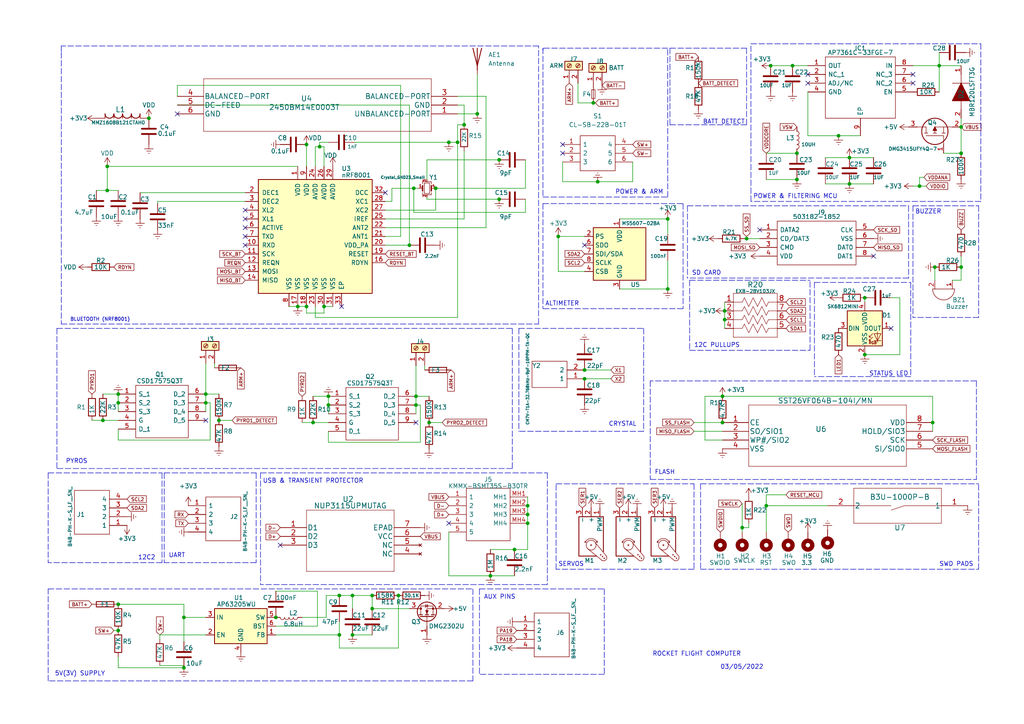
<source format=kicad_sch>
(kicad_sch (version 20211123) (generator eeschema)
  (paper "A4")
  (junction (at 102.235 184.15))
  (junction (at 272.415 19.05))
  (junction (at 138.43 33.02))
  (junction (at 118.745 71.12))
  (junction (at 153.035 151.765))
  (junction (at 34.29 175.26))
  (junction (at 93.98 88.9))
  (junction (at 142.24 167.005))
  (junction (at 134.62 36.195))
  (junction (at 153.035 146.685))
  (junction (at 88.9 41.91))
  (junction (at 210.185 92.71))
  (junction (at 266.7 53.975))
  (junction (at 92.71 42.545))
  (junction (at 223.52 19.05))
  (junction (at 250.825 102.87))
  (junction (at 107.95 176.53))
  (junction (at 222.25 146.685))
  (junction (at 172.085 29.845))
  (junction (at 120.015 54.61))
  (junction (at 107.95 172.72))
  (junction (at 270.51 122.555))
  (junction (at 209.55 114.935))
  (junction (at 229.87 19.05))
  (junction (at 86.36 88.9))
  (junction (at 278.765 44.45))
  (junction (at 210.185 90.17))
  (junction (at 278.765 77.47))
  (junction (at 231.14 44.45))
  (junction (at 90.805 122.555))
  (junction (at 120.65 117.475))
  (junction (at 126.365 54.61))
  (junction (at 243.205 39.37))
  (junction (at 161.925 68.58))
  (junction (at 63.5 121.92))
  (junction (at 149.225 159.385))
  (junction (at 193.675 63.5))
  (junction (at 169.545 107.315))
  (junction (at 132.715 41.275))
  (junction (at 98.425 184.15))
  (junction (at 53.34 193.675))
  (junction (at 59.69 116.84))
  (junction (at 130.175 41.275))
  (junction (at 80.01 179.07))
  (junction (at 115.57 172.72))
  (junction (at 29.845 121.92))
  (junction (at 31.115 48.26))
  (junction (at 98.425 172.72))
  (junction (at 216.535 69.215))
  (junction (at 271.145 77.47))
  (junction (at 34.29 116.84))
  (junction (at 144.78 46.355))
  (junction (at 278.765 36.83))
  (junction (at 59.69 114.3))
  (junction (at 34.29 114.3))
  (junction (at 88.9 88.9))
  (junction (at 102.235 172.72))
  (junction (at 209.55 122.555))
  (junction (at 169.545 109.855))
  (junction (at 120.65 114.935))
  (junction (at 95.25 117.475))
  (junction (at 246.38 53.34))
  (junction (at 246.38 45.72))
  (junction (at 250.825 86.36))
  (junction (at 231.14 52.07))
  (junction (at 31.115 55.245))
  (junction (at 124.46 122.555))
  (junction (at 193.675 83.82))
  (junction (at 53.34 179.07))
  (junction (at 144.78 57.785))
  (junction (at 95.25 114.935))
  (junction (at 153.035 149.225))
  (junction (at 173.355 52.705))
  (junction (at 215.265 153.035))
  (junction (at 34.29 182.88))
  (junction (at 43.18 34.29))
  (no_connect (at 111.76 55.88))
  (no_connect (at 71.12 60.96))
  (no_connect (at 71.12 63.5))
  (no_connect (at 71.12 66.04))
  (no_connect (at 71.12 68.58))
  (no_connect (at 71.12 71.12))
  (no_connect (at 59.69 121.92))
  (no_connect (at 51.435 33.02))
  (no_connect (at 120.65 122.555))
  (no_connect (at 258.445 95.25))
  (no_connect (at 99.06 88.9))
  (no_connect (at 169.545 71.12))
  (no_connect (at 163.195 41.91))
  (no_connect (at 163.195 44.45))
  (no_connect (at 130.175 151.765))
  (no_connect (at 81.28 158.115))
  (no_connect (at 264.795 24.13))
  (no_connect (at 234.315 21.59))
  (no_connect (at 234.315 24.13))
  (no_connect (at 264.795 21.59))
  (no_connect (at 220.345 66.675))
  (no_connect (at 253.365 74.295))
  (polyline (pts (xy 137.16 197.485) (xy 13.97 197.485)))
  (polyline (pts (xy 17.78 15.24) (xy 17.78 93.98)))
  (wire (pts (xy 210.185 92.71) (xy 210.185 95.25)))
  (polyline (pts (xy 139.065 170.815) (xy 139.065 195.58)))
  (wire (pts (xy 271.145 77.47) (xy 271.145 81.28)))
  (polyline (pts (xy 75.565 137.16) (xy 158.75 137.16)))
  (wire (pts (xy 227.965 143.51) (xy 222.25 143.51)))
  (polyline (pts (xy 198.12 89.535) (xy 157.48 89.535)))
  (wire (pts (xy 102.235 172.72) (xy 98.425 172.72)))
  (wire (pts (xy 31.115 48.26) (xy 31.115 55.245)))
  (wire (pts (xy 140.97 66.04) (xy 111.76 66.04)))
  (wire (pts (xy 234.315 26.67) (xy 234.315 39.37)))
  (polyline (pts (xy 13.97 137.16) (xy 46.99 137.16)))
  (wire (pts (xy 193.675 75.565) (xy 193.675 83.82)))
  (wire (pts (xy 153.035 146.685) (xy 153.035 149.225)))
  (wire (pts (xy 278.765 81.28) (xy 278.765 77.47)))
  (wire (pts (xy 60.96 127.635) (xy 60.96 116.84)))
  (wire (pts (xy 272.415 19.05) (xy 278.765 19.05)))
  (polyline (pts (xy 264.16 109.22) (xy 236.22 109.22)))
  (polyline (pts (xy 47.625 137.16) (xy 74.295 137.16)))
  (wire (pts (xy 45.72 58.42) (xy 71.12 58.42)))
  (polyline (pts (xy 175.26 170.815) (xy 175.26 195.58)))
  (wire (pts (xy 123.825 52.07) (xy 123.825 46.355)))
  (wire (pts (xy 278.765 36.83) (xy 278.765 34.29)))
  (wire (pts (xy 153.035 144.145) (xy 153.035 146.685)))
  (wire (pts (xy 152.4 61.595) (xy 120.015 61.595)))
  (wire (pts (xy 93.98 90.805) (xy 88.9 90.805)))
  (wire (pts (xy 51.435 24.765) (xy 51.435 27.94)))
  (wire (pts (xy 217.17 153.035) (xy 215.265 153.035)))
  (wire (pts (xy 210.185 87.63) (xy 210.185 90.17)))
  (polyline (pts (xy 148.59 135.89) (xy 16.51 135.89)))
  (polyline (pts (xy 194.31 13.97) (xy 194.31 36.195)))
  (wire (pts (xy 27.94 55.245) (xy 31.115 55.245)))
  (wire (pts (xy 153.035 151.765) (xy 153.035 159.385)))
  (wire (pts (xy 163.195 52.705) (xy 173.355 52.705)))
  (polyline (pts (xy 161.29 140.335) (xy 201.295 140.335)))
  (polyline (pts (xy 186.69 125.095) (xy 150.495 125.095)))
  (wire (pts (xy 222.25 143.51) (xy 222.25 146.685)))
  (wire (pts (xy 34.29 127.635) (xy 60.96 127.635)))
  (wire (pts (xy 83.82 88.9) (xy 86.36 88.9)))
  (wire (pts (xy 234.315 39.37) (xy 243.205 39.37)))
  (wire (pts (xy 92.075 171.45) (xy 92.075 181.61)))
  (wire (pts (xy 167.64 29.845) (xy 172.085 29.845)))
  (wire (pts (xy 123.825 57.15) (xy 123.825 57.785)))
  (wire (pts (xy 90.805 122.555) (xy 95.25 122.555)))
  (wire (pts (xy 222.25 146.685) (xy 222.25 154.305)))
  (wire (pts (xy 130.175 167.005) (xy 142.24 167.005)))
  (polyline (pts (xy 16.51 95.25) (xy 16.51 135.89)))
  (wire (pts (xy 118.745 30.48) (xy 118.745 71.12)))
  (wire (pts (xy 222.25 52.07) (xy 231.14 52.07)))
  (wire (pts (xy 266.7 53.975) (xy 268.605 53.975)))
  (wire (pts (xy 123.825 57.785) (xy 144.78 57.785)))
  (polyline (pts (xy 161.29 165.1) (xy 161.29 140.335)))
  (polyline (pts (xy 263.525 80.645) (xy 199.39 80.645)))
  (wire (pts (xy 92.71 41.275) (xy 92.71 42.545)))
  (wire (pts (xy 95.25 125.095) (xy 95.25 128.27)))
  (wire (pts (xy 132.715 30.48) (xy 134.62 30.48)))
  (wire (pts (xy 59.69 116.84) (xy 59.69 119.38)))
  (wire (pts (xy 134.62 30.48) (xy 134.62 36.195)))
  (wire (pts (xy 169.545 109.855) (xy 177.165 109.855)))
  (wire (pts (xy 152.4 46.355) (xy 152.4 54.61)))
  (wire (pts (xy 98.425 184.15) (xy 98.425 180.34)))
  (polyline (pts (xy 13.97 197.485) (xy 13.97 170.815)))
  (wire (pts (xy 272.415 15.24) (xy 272.415 19.05)))
  (wire (pts (xy 169.545 68.58) (xy 161.925 68.58)))
  (wire (pts (xy 217.17 151.765) (xy 217.17 153.035)))
  (polyline (pts (xy 200.025 101.6) (xy 234.95 101.6)))
  (wire (pts (xy 215.265 153.035) (xy 215.265 154.305)))
  (wire (pts (xy 126.365 60.96) (xy 111.76 60.96)))
  (polyline (pts (xy 217.805 12.7) (xy 284.48 12.7)))
  (wire (pts (xy 250.825 102.87) (xy 260.985 102.87)))
  (polyline (pts (xy 200.025 81.28) (xy 234.95 81.28)))
  (wire (pts (xy 26.67 121.92) (xy 29.845 121.92)))
  (wire (pts (xy 120.65 117.475) (xy 120.65 120.015)))
  (wire (pts (xy 113.665 54.61) (xy 113.665 58.42)))
  (polyline (pts (xy 188.595 110.49) (xy 188.595 139.065)))
  (wire (pts (xy 179.705 63.5) (xy 193.675 63.5)))
  (wire (pts (xy 80.01 171.45) (xy 92.075 171.45)))
  (polyline (pts (xy 283.845 59.69) (xy 283.845 92.075)))
  (polyline (pts (xy 157.48 13.97) (xy 157.48 57.15)))
  (wire (pts (xy 264.795 53.975) (xy 266.7 53.975)))
  (wire (pts (xy 276.225 81.28) (xy 278.765 81.28)))
  (wire (pts (xy 123.19 106.045) (xy 123.19 107.315)))
  (polyline (pts (xy 264.795 59.69) (xy 264.795 92.075)))
  (wire (pts (xy 29.845 114.3) (xy 34.29 114.3)))
  (wire (pts (xy 204.47 114.935) (xy 209.55 114.935)))
  (wire (pts (xy 260.985 86.36) (xy 260.985 102.87)))
  (polyline (pts (xy 46.99 163.195) (xy 13.97 163.195)))
  (polyline (pts (xy 198.12 59.055) (xy 198.12 89.535)))
  (wire (pts (xy 91.44 42.545) (xy 92.71 42.545)))
  (polyline (pts (xy 46.99 137.16) (xy 46.99 163.195)))
  (wire (pts (xy 246.38 53.34) (xy 253.365 53.34)))
  (wire (pts (xy 172.72 29.845) (xy 172.085 29.845)))
  (polyline (pts (xy 284.48 12.7) (xy 284.48 58.42)))
  (wire (pts (xy 273.685 44.45) (xy 278.765 44.45)))
  (polyline (pts (xy 284.48 58.42) (xy 217.805 58.42)))
  (wire (pts (xy 120.015 54.61) (xy 113.665 54.61)))
  (wire (pts (xy 223.52 19.05) (xy 229.87 19.05)))
  (wire (pts (xy 216.535 69.215) (xy 220.345 69.215)))
  (wire (pts (xy 87.63 122.555) (xy 90.805 122.555)))
  (polyline (pts (xy 157.48 57.15) (xy 193.675 57.15)))
  (wire (pts (xy 98.425 187.96) (xy 98.425 184.15)))
  (polyline (pts (xy 216.535 36.195) (xy 216.535 13.97)))
  (polyline (pts (xy 150.495 95.25) (xy 186.69 95.25)))
  (wire (pts (xy 59.69 179.07) (xy 53.34 179.07)))
  (wire (pts (xy 183.515 52.705) (xy 183.515 46.99)))
  (wire (pts (xy 34.29 124.46) (xy 34.29 127.635)))
  (wire (pts (xy 161.925 68.58) (xy 161.925 78.74)))
  (wire (pts (xy 278.765 44.45) (xy 278.765 36.83)))
  (wire (pts (xy 167.64 24.13) (xy 167.64 29.845)))
  (wire (pts (xy 95.25 41.275) (xy 92.71 41.275)))
  (wire (pts (xy 88.9 90.805) (xy 88.9 88.9)))
  (wire (pts (xy 102.235 184.15) (xy 107.95 184.15)))
  (wire (pts (xy 142.24 167.005) (xy 149.225 167.005)))
  (polyline (pts (xy 283.21 110.49) (xy 283.21 139.065)))
  (wire (pts (xy 94.615 179.07) (xy 94.615 172.72)))
  (polyline (pts (xy 157.48 59.055) (xy 157.48 89.535)))
  (polyline (pts (xy 74.295 163.195) (xy 47.625 163.195)))
  (wire (pts (xy 134.62 63.5) (xy 134.62 43.815)))
  (wire (pts (xy 113.665 58.42) (xy 111.76 58.42)))
  (wire (pts (xy 93.98 42.545) (xy 93.98 48.26)))
  (polyline (pts (xy 283.845 165.1) (xy 283.845 140.335)))
  (wire (pts (xy 120.65 114.935) (xy 124.46 114.935)))
  (wire (pts (xy 243.205 39.37) (xy 249.555 39.37)))
  (wire (pts (xy 118.745 71.12) (xy 111.76 71.12)))
  (wire (pts (xy 120.65 114.935) (xy 120.65 117.475)))
  (wire (pts (xy 34.29 193.675) (xy 53.34 193.675)))
  (wire (pts (xy 153.035 159.385) (xy 149.225 159.385)))
  (polyline (pts (xy 236.22 81.915) (xy 264.16 81.915)))
  (wire (pts (xy 121.285 54.61) (xy 120.015 54.61)))
  (wire (pts (xy 115.57 172.72) (xy 115.57 187.96)))
  (wire (pts (xy 92.71 42.545) (xy 93.98 42.545)))
  (polyline (pts (xy 201.295 140.335) (xy 201.295 165.1)))
  (wire (pts (xy 152.4 57.785) (xy 152.4 61.595)))
  (polyline (pts (xy 17.78 93.98) (xy 156.21 93.98)))
  (wire (pts (xy 94.615 172.72) (xy 98.425 172.72)))
  (polyline (pts (xy 156.21 13.335) (xy 17.78 13.335)))
  (polyline (pts (xy 13.97 137.16) (xy 13.97 163.195)))
  (wire (pts (xy 216.535 68.58) (xy 216.535 69.215)))
  (wire (pts (xy 118.745 176.53) (xy 107.95 176.53)))
  (polyline (pts (xy 203.2 165.1) (xy 283.845 165.1)))
  (polyline (pts (xy 158.75 169.545) (xy 75.565 169.545)))
  (polyline (pts (xy 139.065 170.815) (xy 175.26 170.815)))
  (wire (pts (xy 88.9 41.91) (xy 88.9 48.26)))
  (polyline (pts (xy 186.69 95.25) (xy 186.69 125.095)))
  (wire (pts (xy 132.715 41.275) (xy 132.715 92.075)))
  (wire (pts (xy 59.69 114.3) (xy 63.5 114.3)))
  (polyline (pts (xy 264.16 81.915) (xy 264.16 109.22)))
  (wire (pts (xy 62.23 105.41) (xy 62.23 106.68)))
  (wire (pts (xy 126.365 54.61) (xy 126.365 60.96)))
  (wire (pts (xy 250.825 86.36) (xy 250.825 87.63)))
  (wire (pts (xy 201.295 125.095) (xy 209.55 125.095)))
  (wire (pts (xy 63.5 121.92) (xy 67.31 121.92)))
  (wire (pts (xy 130.175 154.305) (xy 130.175 167.005)))
  (wire (pts (xy 93.98 88.9) (xy 93.98 90.805)))
  (wire (pts (xy 270.51 114.935) (xy 270.51 122.555)))
  (wire (pts (xy 60.96 116.84) (xy 59.69 116.84)))
  (polyline (pts (xy 193.675 13.97) (xy 157.48 13.97)))
  (wire (pts (xy 95.25 128.27) (xy 121.92 128.27)))
  (wire (pts (xy 86.36 88.9) (xy 88.9 88.9)))
  (wire (pts (xy 51.435 30.48) (xy 118.745 30.48)))
  (polyline (pts (xy 17.78 13.335) (xy 17.78 15.875)))
  (wire (pts (xy 246.38 45.72) (xy 253.365 45.72)))
  (wire (pts (xy 53.34 193.04) (xy 53.34 193.675)))
  (wire (pts (xy 59.69 105.41) (xy 59.69 114.3)))
  (polyline (pts (xy 201.295 165.1) (xy 161.29 165.1)))
  (wire (pts (xy 120.65 106.045) (xy 120.65 114.935)))
  (wire (pts (xy 204.47 127.635) (xy 204.47 114.935)))
  (wire (pts (xy 91.44 92.075) (xy 91.44 88.9)))
  (wire (pts (xy 34.29 190.5) (xy 34.29 193.675)))
  (wire (pts (xy 121.92 117.475) (xy 120.65 117.475)))
  (polyline (pts (xy 203.2 140.335) (xy 283.845 140.335)))
  (wire (pts (xy 215.9 69.215) (xy 216.535 69.215)))
  (wire (pts (xy 124.46 122.555) (xy 128.27 122.555)))
  (wire (pts (xy 31.115 55.245) (xy 34.29 55.245)))
  (wire (pts (xy 93.98 88.9) (xy 96.52 88.9)))
  (wire (pts (xy 272.415 19.05) (xy 272.415 26.67)))
  (wire (pts (xy 111.76 68.58) (xy 116.205 68.58)))
  (polyline (pts (xy 203.2 140.335) (xy 203.2 165.1)))
  (wire (pts (xy 46.355 185.42) (xy 46.355 184.15)))
  (wire (pts (xy 130.175 41.275) (xy 132.715 41.275)))
  (polyline (pts (xy 74.295 137.16) (xy 74.295 163.195)))
  (polyline (pts (xy 264.795 59.69) (xy 283.845 59.69)))
  (wire (pts (xy 132.715 27.94) (xy 140.97 27.94)))
  (polyline (pts (xy 47.625 137.16) (xy 47.625 163.195)))
  (wire (pts (xy 240.03 146.685) (xy 222.25 146.685)))
  (polyline (pts (xy 217.805 58.42) (xy 217.805 12.7)))
  (wire (pts (xy 40.64 55.88) (xy 71.12 55.88)))
  (polyline (pts (xy 156.21 93.98) (xy 156.21 13.335)))
  (wire (pts (xy 92.075 181.61) (xy 80.01 181.61)))
  (wire (pts (xy 142.24 159.385) (xy 149.225 159.385)))
  (wire (pts (xy 46.355 184.15) (xy 59.69 184.15)))
  (wire (pts (xy 102.87 41.275) (xy 130.175 41.275)))
  (polyline (pts (xy 75.565 137.16) (xy 75.565 169.545)))
  (wire (pts (xy 90.805 114.935) (xy 95.25 114.935)))
  (wire (pts (xy 29.845 121.92) (xy 34.29 121.92)))
  (polyline (pts (xy 234.95 101.6) (xy 234.95 81.28)))
  (wire (pts (xy 201.295 122.555) (xy 209.55 122.555)))
  (wire (pts (xy 91.44 48.26) (xy 91.44 42.545)))
  (wire (pts (xy 107.95 176.53) (xy 107.95 172.72)))
  (polyline (pts (xy 283.845 92.075) (xy 264.795 92.075)))
  (wire (pts (xy 193.675 63.5) (xy 193.675 67.945)))
  (polyline (pts (xy 137.16 170.815) (xy 137.16 197.485)))
  (wire (pts (xy 278.765 74.295) (xy 278.765 77.47)))
  (polyline (pts (xy 283.21 110.49) (xy 188.595 110.49)))
  (wire (pts (xy 87.63 179.07) (xy 94.615 179.07)))
  (wire (pts (xy 169.545 107.315) (xy 177.165 107.315)))
  (polyline (pts (xy 13.97 170.815) (xy 137.16 170.815)))
  (wire (pts (xy 193.675 83.82) (xy 179.705 83.82)))
  (wire (pts (xy 123.825 46.355) (xy 144.78 46.355)))
  (wire (pts (xy 46.355 193.04) (xy 53.34 193.04)))
  (wire (pts (xy 95.25 117.475) (xy 95.25 120.015)))
  (polyline (pts (xy 236.22 81.915) (xy 236.22 109.22)))
  (polyline (pts (xy 157.48 13.97) (xy 157.48 14.605)))
  (wire (pts (xy 115.57 187.96) (xy 98.425 187.96)))
  (wire (pts (xy 34.29 114.3) (xy 34.29 116.84)))
  (wire (pts (xy 34.29 116.84) (xy 34.29 119.38)))
  (wire (pts (xy 107.95 172.72) (xy 102.235 172.72)))
  (wire (pts (xy 132.715 36.195) (xy 134.62 36.195)))
  (polyline (pts (xy 157.48 59.055) (xy 198.12 59.055)))
  (wire (pts (xy 132.715 92.075) (xy 91.44 92.075)))
  (wire (pts (xy 111.76 63.5) (xy 134.62 63.5)))
  (wire (pts (xy 138.43 33.02) (xy 132.715 33.02)))
  (polyline (pts (xy 263.525 59.69) (xy 263.525 80.645)))
  (polyline (pts (xy 148.59 95.25) (xy 148.59 135.89)))
  (polyline (pts (xy 200.025 81.28) (xy 200.025 101.6)))
  (wire (pts (xy 173.355 52.705) (xy 183.515 52.705)))
  (wire (pts (xy 215.265 146.05) (xy 215.265 153.035)))
  (wire (pts (xy 102.235 176.53) (xy 102.235 172.72)))
  (wire (pts (xy 59.69 114.3) (xy 59.69 116.84)))
  (wire (pts (xy 267.97 51.435) (xy 266.7 51.435)))
  (wire (pts (xy 33.02 182.88) (xy 34.29 182.88)))
  (wire (pts (xy 258.445 86.36) (xy 260.985 86.36)))
  (polyline (pts (xy 199.39 59.69) (xy 263.525 59.69)))
  (wire (pts (xy 266.7 51.435) (xy 266.7 53.975)))
  (polyline (pts (xy 194.31 36.195) (xy 216.535 36.195)))
  (polyline (pts (xy 158.75 137.16) (xy 158.75 169.545)))
  (polyline (pts (xy 199.39 59.69) (xy 199.39 80.645)))
  (wire (pts (xy 239.395 45.72) (xy 246.38 45.72)))
  (wire (pts (xy 45.72 58.42) (xy 45.72 59.055)))
  (wire (pts (xy 116.205 24.765) (xy 51.435 24.765)))
  (wire (pts (xy 53.34 175.26) (xy 53.34 179.07)))
  (wire (pts (xy 116.205 68.58) (xy 116.205 24.765)))
  (wire (pts (xy 209.55 127.635) (xy 204.47 127.635)))
  (polyline (pts (xy 194.31 13.97) (xy 216.535 13.97)))
  (wire (pts (xy 163.195 46.99) (xy 163.195 52.705)))
  (wire (pts (xy 264.795 19.05) (xy 272.415 19.05)))
  (wire (pts (xy 161.925 78.74) (xy 169.545 78.74)))
  (wire (pts (xy 132.715 41.275) (xy 132.715 36.195)))
  (wire (pts (xy 152.4 54.61) (xy 126.365 54.61)))
  (wire (pts (xy 120.015 61.595) (xy 120.015 54.61)))
  (wire (pts (xy 121.92 128.27) (xy 121.92 117.475)))
  (wire (pts (xy 86.36 48.26) (xy 31.115 48.26)))
  (polyline (pts (xy 193.675 57.15) (xy 193.675 13.97)))
  (polyline (pts (xy 16.51 95.25) (xy 148.59 95.25)))
  (wire (pts (xy 210.185 90.17) (xy 210.185 92.71)))
  (wire (pts (xy 80.01 184.15) (xy 98.425 184.15)))
  (wire (pts (xy 153.035 149.225) (xy 153.035 151.765)))
  (polyline (pts (xy 188.595 139.065) (xy 283.21 139.065)))
  (wire (pts (xy 270.51 122.555) (xy 270.51 125.095)))
  (wire (pts (xy 34.29 175.26) (xy 53.34 175.26)))
  (polyline (pts (xy 175.26 195.58) (xy 139.065 195.58)))
  (wire (pts (xy 229.87 19.05) (xy 234.315 19.05)))
  (wire (pts (xy 209.55 114.935) (xy 270.51 114.935)))
  (wire (pts (xy 53.34 179.07) (xy 53.34 186.055)))
  (wire (pts (xy 239.395 53.34) (xy 246.38 53.34)))
  (polyline (pts (xy 150.495 95.25) (xy 150.495 125.095)))
  (wire (pts (xy 138.43 21.59) (xy 138.43 33.02)))
  (wire (pts (xy 140.97 27.94) (xy 140.97 66.04)))
  (wire (pts (xy 222.25 44.45) (xy 231.14 44.45)))
  (wire (pts (xy 95.25 114.935) (xy 95.25 117.475)))
  (text "POWER & ARM" (at 178.435 56.515 0) (effects (font (size 1.27 1.27)) (justify left bottom)))
  (text "AUX PINS" (at 140.335 173.99 0) (effects (font (size 1.27 1.27)) (justify left bottom)))
  (text "FLASH" (at 189.865 137.795 0) (effects (font (size 1.27 1.27)) (justify left bottom)))
  (text "USB & TRANSIENT PROTECTOR" (at 76.2 140.335 0) (effects (font (size 1.27 1.27)) (justify left bottom)))
  (text "SWD PADS" (at 272.415 164.465 0) (effects (font (size 1.27 1.27)) (justify left bottom)))
  (text "BATT DETECT" (at 203.835 36.195 0) (effects (font (size 1.27 1.27)) (justify left bottom)))
  (text "BUZZER" (at 265.43 62.23 0) (effects (font (size 1.27 1.27)) (justify left bottom)))
  (text "SD CARD" (at 200.66 80.01 0) (effects (font (size 1.27 1.27)) (justify left bottom)))
  (text "PYROS" (at 19.05 134.62 0) (effects (font (size 1.27 1.27)) (justify left bottom)))
  (text "UART" (at 48.895 161.925 0) (effects (font (size 1.27 1.27)) (justify left bottom)))
  (text "5V(3V) SUPPLY" (at 15.875 196.215 0) (effects (font (size 1.27 1.27)) (justify left bottom)))
  (text "STATUS LED" (at 252.095 109.22 0) (effects (font (size 1.27 1.27)) (justify left bottom)))
  (text "BLUETOOTH (NRF8001)" (at 20.32 93.345 0) (effects (font (size 1 1)) (justify left bottom)))
  (text "03/05/2022" (at 208.915 194.31 0) (effects (font (size 1.27 1.27)) (justify left bottom)))
  (text "ROCKET FLIGHT COMPUTER" (at 189.23 190.5 0) (effects (font (size 1.27 1.27)) (justify left bottom)))
  (text "SERVOS" (at 161.925 164.465 0) (effects (font (size 1.27 1.27)) (justify left bottom)))
  (text "CRYSTAL" (at 176.53 123.825 0) (effects (font (size 1.27 1.27)) (justify left bottom)))
  (text "ALTIMETER" (at 158.115 88.9 0) (effects (font (size 1.27 1.27)) (justify left bottom)))
  (text "12C2" (at 40.005 162.56 0) (effects (font (size 1.27 1.27)) (justify left bottom)))
  (text "12C PULLUPS" (at 201.295 100.965 0) (effects (font (size 1.27 1.27)) (justify left bottom)))
  (text "POWER & FILTERING MCU" (at 218.44 57.785 0) (effects (font (size 1.27 1.27)) (justify left bottom)))
  (global_label "SCL1" (shape input) (at 227.965 92.71 0) (effects (font (size 1 1))) (property "Intersheet References" "${INTERSHEET_REFS}" (effects hide)))
  (global_label "SCL2" (shape input) (at 227.965 87.63 0) (effects (font (size 1 1))) (property "Intersheet References" "${INTERSHEET_REFS}" (effects hide)))
  (global_label "BATT+" (shape input) (at 202.565 16.51 180) (effects (font (size 1 1))) (property "Intersheet References" "${INTERSHEET_REFS}" (effects hide)))
  (global_label "MOSI_FLASH" (shape input) (at 270.51 130.175 0) (effects (font (size 1 1))) (property "Intersheet References" "${INTERSHEET_REFS}" (effects hide)))
  (global_label "SDA2" (shape input) (at 36.83 147.32 0) (effects (font (size 1 1))) (property "Intersheet References" "${INTERSHEET_REFS}" (effects hide)))
  (global_label "PYRO1" (shape input) (at 26.67 114.3 90) (effects (font (size 1 1))) (property "Intersheet References" "${INTERSHEET_REFS}" (effects hide)))
  (global_label "VBUS" (shape input) (at 121.92 155.575 0) (effects (font (size 1 1))) (property "Intersheet References" "${INTERSHEET_REFS}" (effects hide)))
  (global_label "SDA2" (shape input) (at 169.545 73.66 180) (effects (font (size 1 1))) (property "Intersheet References" "${INTERSHEET_REFS}" (effects hide)))
  (global_label "SS_FLASH" (shape input) (at 201.295 122.555 180) (effects (font (size 1 1))) (property "Intersheet References" "${INTERSHEET_REFS}" (effects hide)))
  (global_label "SCK_SD" (shape input) (at 253.365 66.675 0) (effects (font (size 1 1))) (property "Intersheet References" "${INTERSHEET_REFS}" (effects hide)))
  (global_label "RESET_MCU" (shape input) (at 227.965 143.51 0) (effects (font (size 1 1))) (property "Intersheet References" "${INTERSHEET_REFS}" (effects hide)))
  (global_label "PYRO1_DETECT" (shape input) (at 67.31 121.92 0) (effects (font (size 1 1))) (property "Intersheet References" "${INTERSHEET_REFS}" (effects hide)))
  (global_label "SWO" (shape input) (at 228.6 154.305 90) (effects (font (size 1 1))) (property "Intersheet References" "${INTERSHEET_REFS}" (effects hide)))
  (global_label "TX" (shape input) (at 54.61 151.765 180) (effects (font (size 1 1))) (property "Intersheet References" "${INTERSHEET_REFS}" (effects hide)))
  (global_label "SW-" (shape input) (at 46.355 184.15 90) (effects (font (size 1 1))) (property "Intersheet References" "${INTERSHEET_REFS}" (effects hide)))
  (global_label "PYRO2" (shape input) (at 87.63 114.935 90) (effects (font (size 1 1))) (property "Intersheet References" "${INTERSHEET_REFS}" (effects hide)))
  (global_label "MISO_BT" (shape input) (at 71.12 81.28 180) (effects (font (size 1 1))) (property "Intersheet References" "${INTERSHEET_REFS}" (effects hide)))
  (global_label "VBUS" (shape input) (at 278.765 36.83 0) (effects (font (size 1 1))) (property "Intersheet References" "${INTERSHEET_REFS}" (effects hide)))
  (global_label "PA19" (shape input) (at 149.86 182.88 180) (effects (font (size 1 1))) (property "Intersheet References" "${INTERSHEET_REFS}" (effects hide)))
  (global_label "RDYN" (shape input) (at 33.02 77.47 0) (effects (font (size 1 1))) (property "Intersheet References" "${INTERSHEET_REFS}" (effects hide)))
  (global_label "SWCLK" (shape input) (at 215.265 146.05 180) (effects (font (size 1 1))) (property "Intersheet References" "${INTERSHEET_REFS}" (effects hide)))
  (global_label "VBUS" (shape input) (at 130.175 144.145 180) (effects (font (size 1 1))) (property "Intersheet References" "${INTERSHEET_REFS}" (effects hide)))
  (global_label "SCK_FLASH" (shape input) (at 270.51 127.635 0) (effects (font (size 1 1))) (property "Intersheet References" "${INTERSHEET_REFS}" (effects hide)))
  (global_label "BATT-" (shape input) (at 174.625 24.765 0) (effects (font (size 1 1))) (property "Intersheet References" "${INTERSHEET_REFS}" (effects hide)))
  (global_label "MISO_SD" (shape input) (at 253.365 71.755 0) (effects (font (size 1 1))) (property "Intersheet References" "${INTERSHEET_REFS}" (effects hide)))
  (global_label "D-" (shape input) (at 81.28 153.035 180) (effects (font (size 1 1))) (property "Intersheet References" "${INTERSHEET_REFS}" (effects hide)))
  (global_label "VSW" (shape input) (at 231.14 36.83 180) (effects (font (size 1 1))) (property "Intersheet References" "${INTERSHEET_REFS}" (effects hide)))
  (global_label "MOSI_SD" (shape input) (at 220.345 71.755 180) (effects (font (size 1 1))) (property "Intersheet References" "${INTERSHEET_REFS}" (effects hide)))
  (global_label "SER3" (shape input) (at 189.865 147.32 90) (effects (font (size 1 1))) (property "Intersheet References" "${INTERSHEET_REFS}" (effects hide)))
  (global_label "PA18" (shape input) (at 149.86 185.42 180) (effects (font (size 1 1))) (property "Intersheet References" "${INTERSHEET_REFS}" (effects hide)))
  (global_label "VDDANA" (shape input) (at 267.97 51.435 0) (effects (font (size 1 1))) (property "Intersheet References" "${INTERSHEET_REFS}" (effects hide)))
  (global_label "VDDCORE" (shape input) (at 222.25 44.45 90) (effects (font (size 1 1))) (property "Intersheet References" "${INTERSHEET_REFS}" (effects hide)))
  (global_label "SER2" (shape input) (at 179.705 147.32 90) (effects (font (size 1 1))) (property "Intersheet References" "${INTERSHEET_REFS}" (effects hide)))
  (global_label "SWDIO" (shape input) (at 208.915 154.305 90) (effects (font (size 1 1))) (property "Intersheet References" "${INTERSHEET_REFS}" (effects hide)))
  (global_label "RESET_BT" (shape input) (at 111.76 73.66 0) (effects (font (size 1 1))) (property "Intersheet References" "${INTERSHEET_REFS}" (effects hide)))
  (global_label "SW-" (shape input) (at 183.515 44.45 0) (effects (font (size 1 1))) (property "Intersheet References" "${INTERSHEET_REFS}" (effects hide)))
  (global_label "X2" (shape input) (at 177.165 109.855 0) (effects (font (size 1 1))) (property "Intersheet References" "${INTERSHEET_REFS}" (effects hide)))
  (global_label "BUZZ" (shape input) (at 278.765 66.675 90) (effects (font (size 1 1))) (property "Intersheet References" "${INTERSHEET_REFS}" (effects hide)))
  (global_label "SCL2" (shape input) (at 169.545 76.2 180) (effects (font (size 1 1))) (property "Intersheet References" "${INTERSHEET_REFS}" (effects hide)))
  (global_label "SCL2" (shape input) (at 36.83 144.78 0) (effects (font (size 1 1))) (property "Intersheet References" "${INTERSHEET_REFS}" (effects hide)))
  (global_label "BATT+" (shape input) (at 26.67 175.26 180) (effects (font (size 1 1))) (property "Intersheet References" "${INTERSHEET_REFS}" (effects hide)))
  (global_label "BATT_DETECT" (shape input) (at 202.565 24.13 0) (effects (font (size 1 1))) (property "Intersheet References" "${INTERSHEET_REFS}" (effects hide)))
  (global_label "D+" (shape input) (at 81.28 155.575 180) (effects (font (size 1 1))) (property "Intersheet References" "${INTERSHEET_REFS}" (effects hide)))
  (global_label "SDA2" (shape input) (at 227.965 90.17 0) (effects (font (size 1 1))) (property "Intersheet References" "${INTERSHEET_REFS}" (effects hide)))
  (global_label "RDYN" (shape input) (at 111.76 76.2 0) (effects (font (size 1 1))) (property "Intersheet References" "${INTERSHEET_REFS}" (effects hide)))
  (global_label "RX" (shape input) (at 54.61 149.225 180) (effects (font (size 1 1))) (property "Intersheet References" "${INTERSHEET_REFS}" (effects hide)))
  (global_label "SS_SD" (shape input) (at 216.535 68.58 90) (effects (font (size 1 1))) (property "Intersheet References" "${INTERSHEET_REFS}" (effects hide)))
  (global_label "ARM+" (shape input) (at 69.85 106.68 270) (effects (font (size 1 1))) (property "Intersheet References" "${INTERSHEET_REFS}" (effects hide)))
  (global_label "SCK_BT" (shape input) (at 71.12 73.66 180) (effects (font (size 1 1))) (property "Intersheet References" "${INTERSHEET_REFS}" (effects hide)))
  (global_label "SER1" (shape input) (at 168.91 147.32 90) (effects (font (size 1 1))) (property "Intersheet References" "${INTERSHEET_REFS}" (effects hide)))
  (global_label "SDA1" (shape input) (at 227.965 95.25 0) (effects (font (size 1 1))) (property "Intersheet References" "${INTERSHEET_REFS}" (effects hide)))
  (global_label "D-" (shape input) (at 130.175 146.685 180) (effects (font (size 1 1))) (property "Intersheet References" "${INTERSHEET_REFS}" (effects hide)))
  (global_label "MISO_FLASH" (shape input) (at 201.295 125.095 180) (effects (font (size 1 1))) (property "Intersheet References" "${INTERSHEET_REFS}" (effects hide)))
  (global_label "PYRO2_DETECT" (shape input) (at 128.27 122.555 0) (effects (font (size 1 1))) (property "Intersheet References" "${INTERSHEET_REFS}" (effects hide)))
  (global_label "D+" (shape input) (at 130.175 149.225 180) (effects (font (size 1 1))) (property "Intersheet References" "${INTERSHEET_REFS}" (effects hide)))
  (global_label "SW+" (shape input) (at 183.515 41.91 0) (effects (font (size 1 1))) (property "Intersheet References" "${INTERSHEET_REFS}" (effects hide)))
  (global_label "ARM+" (shape input) (at 165.1 24.13 270) (effects (font (size 1 1))) (property "Intersheet References" "${INTERSHEET_REFS}" (effects hide)))
  (global_label "X1" (shape input) (at 177.165 107.315 0) (effects (font (size 1 1))) (property "Intersheet References" "${INTERSHEET_REFS}" (effects hide)))
  (global_label "MOSI_BT" (shape input) (at 71.12 78.74 180) (effects (font (size 1 1))) (property "Intersheet References" "${INTERSHEET_REFS}" (effects hide)))
  (global_label "BATT+" (shape input) (at 172.72 29.845 0) (effects (font (size 1 1))) (property "Intersheet References" "${INTERSHEET_REFS}" (effects hide)))
  (global_label "VDDIO" (shape input) (at 268.605 53.975 0) (effects (font (size 1 1))) (property "Intersheet References" "${INTERSHEET_REFS}" (effects hide)))
  (global_label "LED1" (shape input) (at 243.205 102.87 270) (effects (font (size 1 1))) (property "Intersheet References" "${INTERSHEET_REFS}" (effects hide)))
  (global_label "REQN" (shape input) (at 71.12 76.2 180) (effects (font (size 1 1))) (property "Intersheet References" "${INTERSHEET_REFS}" (effects hide)))
  (global_label "SW+" (shape input) (at 33.02 182.88 180) (effects (font (size 1 1))) (property "Intersheet References" "${INTERSHEET_REFS}" (effects hide)))
  (global_label "ARM+" (shape input) (at 130.81 107.315 270) (effects (font (size 1 1))) (property "Intersheet References" "${INTERSHEET_REFS}" (effects hide)))
  (symbol (lib_id "Device:C") (at 169.545 113.665 0) (unit 1)
    (property "Reference" "C18" (at 170.18 111.76 0) (effects (justify left)))
    (property "Value" "22pF" (at 169.545 116.205 0) (effects (justify left)))
    (property "Footprint" "Capacitor_SMD:C_0201_0603Metric_Pad0.64x0.40mm_HandSolder" (effects hide))
  )
  (symbol (lib_id "power:Earth") (at 193.675 83.82 0) (unit 1)
    (property "Reference" "#PWR048" (effects hide))
    (property "Value" "Earth" (effects hide))
  )
  (symbol (lib_id "Device:R") (at 124.46 126.365 0) (unit 1)
    (property "Reference" "R14" (at 125.73 125.73 0) (effects (justify left)))
    (property "Value" "47K" (at 124.46 128.905 90) (effects (justify left)))
    (property "Footprint" "Resistor_SMD:R_0201_0603Metric_Pad0.64x0.40mm_HandSolder" (effects hide))
  )
  (symbol (lib_id "Device:C") (at 193.675 71.755 0) (unit 1)
    (property "Reference" "C19" (at 189.865 69.215 0) (effects (justify left)))
    (property "Value" "100nF" (at 188.595 74.295 0) (effects (font (size 1 1)) (justify left)))
    (property "Footprint" "Capacitor_SMD:C_0201_0603Metric_Pad0.64x0.40mm_HandSolder" (effects hide))
  )
  (symbol (lib_id "Device:C") (at 80.01 175.26 0) (unit 1)
    (property "Reference" "C7" (at 76.2 173.355 0) (effects (justify left)))
    (property "Value" "100nF" (at 80.01 173.355 0) (effects (justify left)))
    (property "Footprint" "Capacitor_SMD:C_0201_0603Metric_Pad0.64x0.40mm_HandSolder" (effects hide))
  )
  (symbol (lib_id "Device:C") (at 254.635 86.36 270) (unit 1)
    (property "Reference" "C27" (at 252.095 83.82 90))
    (property "Value" "1uF" (at 257.175 85.725 90) (effects (font (size 1 1))))
    (property "Footprint" "Capacitor_SMD:C_0201_0603Metric_Pad0.64x0.40mm_HandSolder" (effects hide))
  )
  (symbol (lib_id "power:Earth") (at 173.355 52.705 180) (unit 1)
    (property "Reference" "#PWR041" (effects hide))
    (property "Value" "Earth" (effects hide))
  )
  (symbol (lib_id "power:+3.3V") (at 208.28 69.215 90) (unit 1)
    (property "Reference" "#PWR051" (effects hide))
    (property "Value" "+3.3V" (at 205.74 69.215 90) (effects (justify left)))
  )
  (symbol (lib_id "MMZ1608B121CTAH0:MMZ1608B121CTAH0") (at 27.94 34.29 0) (unit 1)
    (property "Reference" "L1" (at 34.925 31.75 0) (effects (font (size 1.524 1.524))))
    (property "Value" "MMZ1608B121CTAH0" (at 34.29 35.56 0) (effects (font (size 1 1))))
    (property "Footprint" "MMZ1608B121CTAH0:MMZ1608B121CTAH0" (effects hide))
  )
  (symbol (lib_id "Mechanical:MountingHole_Pad") (at 208.915 156.845 180) (unit 1)
    (property "Reference" "H1" (at 207.645 161.29 0) (effects (justify right)))
    (property "Value" "SWDIO" (at 205.74 163.195 0) (effects (justify right)))
    (property "Footprint" "MountingHole:MountingHole_2.2mm_M2_Pad_Via" (effects hide))
  )
  (symbol (lib_id "Device:R") (at 46.355 189.23 180) (unit 1)
    (property "Reference" "R6" (at 47.625 187.96 0) (effects (justify right)))
    (property "Value" "47K" (at 46.355 191.135 90) (effects (justify right)))
    (property "Footprint" "Resistor_SMD:R_0201_0603Metric_Pad0.64x0.40mm_HandSolder" (effects hide))
  )
  (symbol (lib_id "power:+3.3V") (at 209.55 114.935 0) (unit 1)
    (property "Reference" "#PWR052" (effects hide))
    (property "Value" "+3.3V" (at 213.36 113.03 0))
  )
  (symbol (lib_id "Transistor_FET:DMG2302U") (at 123.825 179.07 90) (unit 1)
    (property "Reference" "Q3" (at 120.65 180.34 90))
    (property "Value" "DMG2302U" (at 129.54 181.61 90))
    (property "Footprint" "Package_TO_SOT_SMD:SOT-23_Handsoldering" (effects hide))
    (property "Datasheet" "http://www.diodes.com/assets/Datasheets/DMG2302U.pdf" (effects hide))
  )
  (symbol (lib_id "Device:R") (at 202.565 27.94 0) (unit 1)
    (property "Reference" "R18" (at 198.755 27.94 0) (effects (justify left)))
    (property "Value" "47K" (at 202.565 29.845 90) (effects (justify left)))
    (property "Footprint" "Resistor_SMD:R_0201_0603Metric_Pad0.64x0.40mm_HandSolder" (effects hide))
  )
  (symbol (lib_id "power:Earth") (at 280.035 15.24 90) (unit 1)
    (property "Reference" "#PWR073" (effects hide))
    (property "Value" "Earth" (effects hide))
  )
  (symbol (lib_id "Mechanical:MountingHole_Pad") (at 215.265 156.845 180) (unit 1)
    (property "Reference" "H2" (at 214.63 161.29 0) (effects (justify right)))
    (property "Value" "SWCLK" (at 212.725 162.56 0) (effects (justify right)))
    (property "Footprint" "MountingHole:MountingHole_2.2mm_M2_Pad_Via" (effects hide))
  )
  (symbol (lib_id "power:+3.3V") (at 264.795 53.975 90) (unit 1)
    (property "Reference" "#PWR070" (effects hide))
    (property "Value" "+3.3V" (at 261.62 53.9749 90) (effects (justify left)))
  )
  (symbol (lib_id "AP7361C-33FGE-7:AP7361C-33FGE-7") (at 234.315 19.05 0) (unit 1)
    (property "Reference" "IC1" (at 249.555 13.97 0))
    (property "Value" "AP7361C-33FGE-7" (at 249.555 15.24 0))
    (property "Footprint" "AP7361C-33FGE-7:AP7361C-33FGE-7" (effects hide))
    (property "Datasheet" "https://www.mouser.com/datasheet/2/115/AP7361C-775034.pdf" (effects hide))
    (property "Description" "LDO Voltage Regulators 1A LDO Reg w/Enable 3.3V 6.5Vin 1700mW" (effects hide))
    (property "Height" "0.63" (effects hide))
    (property "Manufacturer_Name" "Diodes Inc." (effects hide))
    (property "Manufacturer_Part_Number" "AP7361C-33FGE-7" (effects hide))
    (property "Mouser Part Number" "621-AP7361C-33FGE-7" (effects hide))
    (property "Mouser Price/Stock" "https://www.mouser.co.uk/ProductDetail/Diodes-Incorporated/AP7361C-33FGE-7/?qs=X421pCAdHWe5UjuVNnIevg%3D%3D" (effects hide))
    (property "Arrow Part Number" "AP7361C-33FGE-7" (effects hide))
    (property "Arrow Price/Stock" "https://www.arrow.com/en/products/ap7361c-33fge-7/diodes-incorporated?region=nac" (effects hide))
  )
  (symbol (lib_id "Motor:Motor_Servo") (at 192.405 154.94 270) (unit 1)
    (property "Reference" "M3" (at 189.23 162.56 90) (effects (justify left)))
    (property "Value" "Motor_Servo" (effects hide))
    (property "Footprint" "Connector_PinHeader_2.54mm:PinHeader_1x03_P2.54mm_Vertical_SMD_Pin1Left" (effects hide))
    (property "Datasheet" "http://forums.parallax.com/uploads/attachments/46831/74481.png" (effects hide))
  )
  (symbol (lib_id "power:Earth") (at 231.14 52.07 0) (unit 1)
    (property "Reference" "#PWR060" (effects hide))
    (property "Value" "Earth" (effects hide))
  )
  (symbol (lib_id "Device:R") (at 111.76 172.72 270) (unit 1)
    (property "Reference" "R11" (at 110.49 174.625 90) (effects (justify left)))
    (property "Value" "158K" (at 109.22 172.72 90) (effects (justify left)))
    (property "Footprint" "Resistor_SMD:R_0201_0603Metric_Pad0.64x0.40mm_HandSolder" (effects hide))
  )
  (symbol (lib_id "Device:R") (at 124.46 118.745 0) (unit 1)
    (property "Reference" "R13" (at 125.73 118.11 0) (effects (justify left)))
    (property "Value" "150K" (at 124.46 121.285 90) (effects (justify left)))
    (property "Footprint" "Resistor_SMD:R_0201_0603Metric_Pad0.64x0.40mm_HandSolder" (effects hide))
  )
  (symbol (lib_id "Device:R") (at 134.62 40.005 0) (unit 1)
    (property "Reference" "R15" (at 135.89 39.37 0) (effects (justify left)))
    (property "Value" "22K" (at 134.62 41.275 90) (effects (font (size 1 1)) (justify left)))
    (property "Footprint" "Resistor_SMD:R_0201_0603Metric_Pad0.64x0.40mm_HandSolder" (effects hide))
  )
  (symbol (lib_id "power:+3.3V") (at 149.86 187.96 90) (unit 1)
    (property "Reference" "#PWR036" (effects hide))
    (property "Value" "+3.3V" (at 144.145 187.96 90))
  )
  (symbol (lib_id "EXB-28V103JX:EXB-28V103JX") (at 210.185 87.63 0) (unit 1)
    (property "Reference" "R20" (at 219.075 82.55 0) (effects (font (size 1.524 1.524))))
    (property "Value" "EXB-28V103JX" (at 219.075 84.455 0) (effects (font (size 1 1))))
    (property "Footprint" "EXB-28V103JX:EXB-28V103JX" (effects hide))
  )
  (symbol (lib_id "Device:R") (at 212.09 69.215 270) (unit 1)
    (property "Reference" "R21" (at 211.455 67.31 90))
    (property "Value" "4.7K" (at 212.09 69.215 90) (effects (font (size 1 1))))
    (property "Footprint" "Resistor_SMD:R_0201_0603Metric_Pad0.64x0.40mm_HandSolder" (effects hide))
  )
  (symbol (lib_id "power:Earth") (at 126.365 71.12 90) (unit 1)
    (property "Reference" "#PWR028" (effects hide))
    (property "Value" "Earth" (effects hide))
  )
  (symbol (lib_id "Device:R") (at 119.38 172.72 270) (unit 1)
    (property "Reference" "R12" (at 116.84 174.625 90))
    (property "Value" "30.1K" (at 119.38 172.72 90) (effects (font (size 1 1))))
    (property "Footprint" "Resistor_SMD:R_0201_0603Metric_Pad0.64x0.40mm_HandSolder" (effects hide))
  )
  (symbol (lib_id "power:Earth") (at 69.85 189.23 0) (unit 1)
    (property "Reference" "#PWR017" (effects hide))
    (property "Value" "Earth" (effects hide))
  )
  (symbol (lib_id "power:Earth") (at 240.03 153.67 180) (unit 1)
    (property "Reference" "#PWR062" (effects hide))
    (property "Value" "Earth" (effects hide))
  )
  (symbol (lib_id "Device:C") (at 276.225 15.24 270) (unit 1)
    (property "Reference" "C28" (at 272.415 13.97 90))
    (property "Value" "10UF" (at 279.4 17.78 90) (effects (font (size 1 1))))
    (property "Footprint" "Capacitor_SMD:C_0201_0603Metric_Pad0.64x0.40mm_HandSolder" (effects hide))
  )
  (symbol (lib_id "power:+5V") (at 182.245 147.32 0) (unit 1)
    (property "Reference" "#PWR044" (effects hide))
    (property "Value" "+5V" (at 182.245 144.145 0))
  )
  (symbol (lib_id "Connector:Screw_Terminal_01x02") (at 120.65 100.965 90) (unit 1)
    (property "Reference" "J4" (at 120.65 99.06 90) (effects (justify right)))
    (property "Value" "ARM" (effects hide))
    (property "Footprint" "Connector:Banana_Jack_2Pin" (effects hide))
  )
  (symbol (lib_id "power:Earth") (at 223.52 26.67 0) (unit 1)
    (property "Reference" "#PWR058" (effects hide))
    (property "Value" "Earth" (effects hide))
  )
  (symbol (lib_id "power:+3.3V") (at 193.675 63.5 0) (unit 1)
    (property "Reference" "#PWR047" (effects hide))
    (property "Value" "+3.3V" (at 193.675 60.325 0))
  )
  (symbol (lib_id "power:+3.3V") (at 217.17 144.145 0) (unit 1)
    (property "Reference" "#PWR055" (effects hide))
    (property "Value" "+3.3V" (at 220.345 142.24 0))
  )
  (symbol (lib_id "power:Earth") (at 53.34 193.675 0) (unit 1)
    (property "Reference" "#PWR013" (effects hide))
    (property "Value" "Earth" (effects hide))
  )
  (symbol (lib_id "LED:SK6812MINI") (at 250.825 95.25 0) (unit 1)
    (property "Reference" "D1" (at 257.175 91.44 0))
    (property "Value" "SK6812MINI" (at 244.475 88.9 0) (effects (font (size 1 1))))
    (property "Footprint" "LED_SMD:LED_SK6812_PLCC4_5.0x5.0mm_P3.2mm" (effects hide))
    (property "Datasheet" "https://cdn-shop.adafruit.com/product-files/2686/SK6812MINI_REV.01-1-2.pdf" (effects hide))
  )
  (symbol (lib_id "power:Earth") (at 138.43 33.02 0) (unit 1)
    (property "Reference" "#PWR031" (effects hide))
    (property "Value" "Earth" (effects hide))
  )
  (symbol (lib_id "power:Earth") (at 271.145 77.47 270) (unit 1)
    (property "Reference" "#PWR071" (effects hide))
    (property "Value" "Earth" (effects hide))
  )
  (symbol (lib_id "CSD17575Q3T:CSD17575Q3T") (at 95.25 114.935 0) (unit 1)
    (property "Reference" "Q2" (at 107.315 109.22 0))
    (property "Value" "CSD17575Q3T" (at 107.315 111.125 0))
    (property "Footprint" "CSD17575Q3T:CSD17575Q3T" (effects hide))
    (property "Datasheet" "http://www.ti.com/lit/gpn/CSD17575Q3" (effects hide))
    (property "Description" "30V, N ch NexFET MOSFET, single SON3x3, 3.2mOhm" (effects hide))
    (property "Height" "1.1" (effects hide))
    (property "Manufacturer_Name" "Texas Instruments" (effects hide))
    (property "Manufacturer_Part_Number" "CSD17575Q3T" (effects hide))
    (property "Mouser Part Number" "595-CSD17575Q3T" (effects hide))
    (property "Mouser Price/Stock" "https://www.mouser.co.uk/ProductDetail/Texas-Instruments/CSD17575Q3T?qs=1MXlzafEN3%252BV4dVr3K7EZA%3D%3D" (effects hide))
    (property "Arrow Part Number" "CSD17575Q3T" (effects hide))
    (property "Arrow Price/Stock" "https://www.arrow.com/en/products/csd17575q3t/texas-instruments" (effects hide))
  )
  (symbol (lib_id "Device:C") (at 223.52 22.86 0) (unit 1)
    (property "Reference" "C21" (at 224.155 20.955 0) (effects (justify left)))
    (property "Value" "10UF" (at 220.345 24.765 0) (effects (font (size 1 1)) (justify left)))
    (property "Footprint" "Capacitor_SMD:C_0201_0603Metric_Pad0.64x0.40mm_HandSolder" (effects hide))
  )
  (symbol (lib_id "power:+5V") (at 171.45 147.32 0) (unit 1)
    (property "Reference" "#PWR040" (effects hide))
    (property "Value" "+5V" (at 171.45 144.145 0))
  )
  (symbol (lib_id "Device:R") (at 142.24 163.195 0) (unit 1)
    (property "Reference" "R16" (at 143.51 161.925 0) (effects (justify left)))
    (property "Value" "1M" (at 142.24 165.1 90) (effects (justify left)))
    (property "Footprint" "Resistor_SMD:R_0201_0603Metric_Pad0.64x0.40mm_HandSolder" (effects hide))
  )
  (symbol (lib_id "power:Earth") (at 250.825 102.87 0) (unit 1)
    (property "Reference" "#PWR067" (effects hide))
    (property "Value" "Earth" (effects hide))
  )
  (symbol (lib_id "Motor:Motor_Servo") (at 171.45 154.94 270) (unit 1)
    (property "Reference" "M1" (at 169.545 162.56 90) (effects (justify left)))
    (property "Value" "Motor_Servo" (effects hide))
    (property "Footprint" "Connector_PinHeader_2.54mm:PinHeader_1x03_P2.54mm_Vertical_SMD_Pin1Left" (effects hide))
    (property "Datasheet" "http://forums.parallax.com/uploads/attachments/46831/74481.png" (effects hide))
  )
  (symbol (lib_id "power:Earth") (at 123.825 184.15 0) (unit 1)
    (property "Reference" "#PWR026" (effects hide))
    (property "Value" "Earth" (effects hide))
  )
  (symbol (lib_id "Device:C") (at 34.29 59.055 0) (unit 1)
    (property "Reference" "C2" (at 34.29 57.15 0) (effects (justify left)))
    (property "Value" "10uF" (at 29.21 62.865 0) (effects (justify left)))
    (property "Footprint" "Capacitor_SMD:C_0201_0603Metric_Pad0.64x0.40mm_HandSolder" (effects hide))
  )
  (symbol (lib_id "power:Earth") (at 54.61 154.305 270) (unit 1)
    (property "Reference" "#PWR015" (effects hide))
    (property "Value" "Earth" (effects hide))
  )
  (symbol (lib_id "Device:R") (at 247.015 86.36 270) (unit 1)
    (property "Reference" "R24" (at 246.38 84.455 90))
    (property "Value" "1K" (at 247.015 86.36 90))
    (property "Footprint" "Resistor_SMD:R_0201_0603Metric_Pad0.64x0.40mm_HandSolder" (effects hide))
  )
  (symbol (lib_id "Device:C") (at 102.235 180.34 0) (unit 1)
    (property "Reference" "C11" (at 102.235 178.435 0) (effects (justify left)))
    (property "Value" "22uF" (at 102.235 182.245 0) (effects (justify left)))
    (property "Footprint" "Capacitor_SMD:C_0201_0603Metric_Pad0.64x0.40mm_HandSolder" (effects hide))
  )
  (symbol (lib_id "power:Earth") (at 121.92 153.035 90) (unit 1)
    (property "Reference" "#PWR024" (effects hide))
    (property "Value" "Earth" (effects hide))
  )
  (symbol (lib_id "power:+3.3V") (at 223.52 19.05 90) (unit 1)
    (property "Reference" "#PWR057" (effects hide))
    (property "Value" "+3.3V" (at 220.98 17.145 90))
  )
  (symbol (lib_id "Device:R") (at 34.29 179.07 180) (unit 1)
    (property "Reference" "R4" (at 35.56 178.435 0) (effects (justify right)))
    (property "Value" "10K" (at 34.29 180.975 90) (effects (justify right)))
    (property "Footprint" "Resistor_SMD:R_0201_0603Metric_Pad0.64x0.40mm_HandSolder" (effects hide))
  )
  (symbol (lib_id "Device:C") (at 40.64 59.69 0) (unit 1)
    (property "Reference" "C3" (at 40.64 57.785 0) (effects (justify left)))
    (property "Value" "0.1uF" (at 34.925 61.595 0) (effects (justify left)))
    (property "Footprint" "Capacitor_SMD:C_0201_0603Metric_Pad0.64x0.40mm_HandSolder" (effects hide))
  )
  (symbol (lib_id "CM7V-T1A-32.768kHz-9pF-10PPM-T:CM7V-T1A-32.768kHz-9pF-10PPM-TA-QC") (at 169.545 109.855 180) (unit 1)
    (property "Reference" "Y2" (at 155.575 106.045 0))
    (property "Value" "CM7V-T1A-32.768kHz-9pF-10PPM-TA-QC" (at 153.035 109.855 90) (effects (font (size 0.8 0.8))))
    (property "Footprint" "CM7V32768TBQA020:CM7V32768TBQA020" (effects hide))
    (property "Datasheet" "https://www.mouser.de/datasheet/2/530/CM7V_T1A-1957503.pdf" (effects hide))
    (property "Description" "CM7V-T1A Crystal SMD 32.768kHz 3.2x1.5mm Crystal 32.768kHz, +/-10ppm, 2-Pin SMD, 3.2 x 1.5 x 0.65mm" (effects hide))
    (property "Height" "0.65" (effects hide))
    (property "Manufacturer_Name" "Micro Crystal AG" (effects hide))
    (property "Manufacturer_Part_Number" "CM7V-T1A-32.768kHz-9pF-10PPM-TA-QC" (effects hide))
    (property "Mouser Part Number" "428-201565-MG01" (effects hide))
    (property "Mouser Price/Stock" "https://www.mouser.co.uk/ProductDetail/Micro-Crystal/CM7V-T1A-32768kHz-9pF-10PPM-TA-QC?qs=7bTaA%2FLYtSbcWt4HcA5rHA%3D%3D" (effects hide))
  )
  (symbol (lib_id "Device:C") (at 169.545 103.505 0) (unit 1)
    (property "Reference" "C17" (at 170.18 101.6 0) (effects (justify left)))
    (property "Value" "22pF" (at 170.18 106.045 0) (effects (justify left)))
    (property "Footprint" "Capacitor_SMD:C_0201_0603Metric_Pad0.64x0.40mm_HandSolder" (effects hide))
  )
  (symbol (lib_id "Device:R") (at 90.805 118.745 0) (unit 1)
    (property "Reference" "R10" (at 92.075 118.745 0) (effects (justify left)))
    (property "Value" "22K" (at 90.805 120.65 90) (effects (justify left)))
    (property "Footprint" "Resistor_SMD:R_0201_0603Metric_Pad0.64x0.40mm_HandSolder" (effects hide))
  )
  (symbol (lib_id "Device:C") (at 98.425 176.53 0) (unit 1)
    (property "Reference" "C9" (at 95.25 174.625 0) (effects (justify left)))
    (property "Value" "47pF" (at 93.345 180.34 0) (effects (justify left)))
    (property "Footprint" "Capacitor_SMD:C_0201_0603Metric_Pad0.64x0.40mm_HandSolder" (effects hide))
  )
  (symbol (lib_id "CL-SB-22B-01T:CL-SB-22B-01T") (at 163.195 41.91 0) (unit 1)
    (property "Reference" "S1" (at 173.355 33.655 0))
    (property "Value" "CL-SB-22B-01T" (at 173.355 36.195 0))
    (property "Footprint" "CLSB22B01T:CLSB22B01T" (effects hide))
    (property "Datasheet" "https://www.nidec-copal-electronics.com/e/catalog/switch/cl-sb.pdf" (effects hide))
    (property "Description" "SWITCH SLIDE DPDT 200MA 12V" (effects hide))
    (property "Height" "5.5" (effects hide))
    (property "Manufacturer_Name" "Copal Electronics" (effects hide))
    (property "Manufacturer_Part_Number" "CL-SB-22B-01T" (effects hide))
  )
  (symbol (lib_id "Device:L") (at 83.82 179.07 270) (unit 1)
    (property "Reference" "L2" (at 85.09 177.8 90))
    (property "Value" "6.8uH" (at 85.09 180.975 90))
    (property "Footprint" "Inductor_SMD:L_0201_0603Metric_Pad0.64x0.40mm_HandSolder" (effects hide))
  )
  (symbol (lib_id "B3U-1000P-B:B3U-1000P-B") (at 280.67 146.685 180) (unit 1)
    (property "Reference" "U7" (at 260.985 153.035 0) (effects (font (size 1.524 1.524))))
    (property "Value" "B3U-1000P-B" (at 260.985 144.145 0) (effects (font (size 1.524 1.524))))
    (property "Footprint" "B3U-1000P-B:B3U-1000P-B" (effects hide))
  )
  (symbol (lib_id "power:+3.3V") (at 210.185 90.17 90) (unit 1)
    (property "Reference" "#PWR054" (effects hide))
    (property "Value" "+3.3V" (at 207.645 90.17 90) (effects (justify left)))
  )
  (symbol (lib_id "power:+5V") (at 128.905 176.53 270) (unit 1)
    (property "Reference" "#PWR029" (effects hide))
    (property "Value" "+5V" (at 133.35 176.53 90))
  )
  (symbol (lib_id "MBR120LSFT3G:MBR120LSFT3G") (at 278.765 19.05 270) (unit 1)
    (property "Reference" "D2" (at 278.765 27.305 0))
    (property "Value" "MBR120LSFT3G" (at 281.94 26.67 0))
    (property "Footprint" "MBR120LSFT3G:MBR120LSFT3G" (effects hide))
    (property "Datasheet" "http://www.onsemi.com/pub/Collateral/MBR120LSFT1-D.PDF" (effects hide))
    (property "Description" "Diode Schottky 20V 1A SOD123FL ON Semiconductor MBR120LSFT3G Schottky Diode, 1A, 20V, 2-Pin SOD-123FL" (effects hide))
    (property "Height" "0.98" (effects hide))
    (property "Manufacturer_Name" "onsemi" (effects hide))
    (property "Manufacturer_Part_Number" "MBR120LSFT3G" (effects hide))
    (property "Mouser Part Number" "863-MBR120LSFT3G" (effects hide))
    (property "Mouser Price/Stock" "https://www.mouser.co.uk/ProductDetail/onsemi/MBR120LSFT3G?qs=3JMERSakebrl0QzFyBgvHg%3D%3D" (effects hide))
    (property "Arrow Part Number" "MBR120LSFT3G" (effects hide))
    (property "Arrow Price/Stock" "https://www.arrow.com/en/products/mbr120lsft3g/on-semiconductor?region=nac" (effects hide))
  )
  (symbol (lib_id "Device:C") (at 107.95 180.34 0) (unit 1)
    (property "Reference" "C12" (at 107.95 178.435 0) (effects (justify left)))
    (property "Value" "22uF" (at 107.95 182.245 0) (effects (justify left)))
    (property "Footprint" "Capacitor_SMD:C_0201_0603Metric_Pad0.64x0.40mm_HandSolder" (effects hide))
  )
  (symbol (lib_id "power:+3.3V") (at 161.925 68.58 0) (unit 1)
    (property "Reference" "#PWR037" (effects hide))
    (property "Value" "+3.3V" (at 161.925 64.77 0))
  )
  (symbol (lib_id "power:Earth") (at 169.545 117.475 0) (unit 1)
    (property "Reference" "#PWR039" (effects hide))
    (property "Value" "Earth" (effects hide))
  )
  (symbol (lib_id "power:Earth") (at 243.205 39.37 0) (unit 1)
    (property "Reference" "#PWR063" (effects hide))
    (property "Value" "Earth" (effects hide))
  )
  (symbol (lib_id "power:Earth") (at 209.55 130.175 0) (unit 1)
    (property "Reference" "#PWR053" (effects hide))
    (property "Value" "Earth" (effects hide))
  )
  (symbol (lib_id "Device:R") (at 63.5 125.73 0) (unit 1)
    (property "Reference" "R8" (at 64.77 125.095 0) (effects (justify left)))
    (property "Value" "47K" (at 63.5 128.27 90) (effects (justify left)))
    (property "Footprint" "Resistor_SMD:R_0201_0603Metric_Pad0.64x0.40mm_HandSolder" (effects hide))
  )
  (symbol (lib_id "Device:Fuse_Small") (at 172.085 27.305 270) (unit 1)
    (property "Reference" "F4" (at 168.91 27.305 90) (effects (justify left)))
    (property "Value" "Fuse_Small" (effects hide))
    (property "Footprint" "Connector_Coaxial:SMA_Amphenol_132134-11_Vertical" (effects hide))
  )
  (symbol (lib_id "power:Earth") (at 34.29 114.3 180) (unit 1)
    (property "Reference" "#PWR06" (effects hide))
    (property "Value" "Earth" (effects hide))
  )
  (symbol (lib_id "power:Earth") (at 144.78 46.355 0) (unit 1)
    (property "Reference" "#PWR033" (effects hide))
    (property "Value" "Earth" (effects hide))
  )
  (symbol (lib_id "power:VDD") (at 25.4 77.47 90) (unit 1)
    (property "Reference" "#PWR01" (effects hide))
    (property "Value" "VDD" (at 22.225 77.4699 90) (effects (justify left)))
  )
  (symbol (lib_id "power:Earth") (at 253.365 69.215 90) (unit 1)
    (property "Reference" "#PWR068" (effects hide))
    (property "Value" "Earth" (effects hide))
  )
  (symbol (lib_id "Device:R") (at 278.765 70.485 180) (unit 1)
    (property "Reference" "R28" (at 281.305 70.485 0))
    (property "Value" "470" (at 278.765 70.485 90))
    (property "Footprint" "Resistor_SMD:R_0201_0603Metric_Pad0.64x0.40mm_HandSolder" (effects hide))
  )
  (symbol (lib_id "Device:R") (at 87.63 118.745 0) (unit 1)
    (property "Reference" "R9" (at 83.185 118.745 0) (effects (justify left)))
    (property "Value" "1K" (at 87.63 120.65 90) (effects (justify left)))
    (property "Footprint" "Resistor_SMD:R_0201_0603Metric_Pad0.64x0.40mm_HandSolder" (effects hide))
  )
  (symbol (lib_id "Device:Fuse") (at 66.04 106.68 270) (unit 1)
    (property "Reference" "F2" (at 65.405 106.68 90))
    (property "Value" "Fuse" (effects hide))
    (property "Footprint" "Fuse:Fuse_0402_1005Metric_Pad0.77x0.64mm_HandSolder" (effects hide))
  )
  (symbol (lib_id "power:Earth") (at 278.765 52.07 0) (unit 1)
    (property "Reference" "#PWR072" (effects hide))
    (property "Value" "Earth" (effects hide))
  )
  (symbol (lib_id "power:Earth") (at 34.29 62.865 0) (unit 1)
    (property "Reference" "#PWR05" (effects hide))
    (property "Value" "Earth" (effects hide))
  )
  (symbol (lib_id "power:Earth") (at 184.785 147.32 180) (unit 1)
    (property "Reference" "#PWR045" (effects hide))
    (property "Value" "Earth" (effects hide))
  )
  (symbol (lib_id "power:Earth") (at 149.86 180.34 270) (unit 1)
    (property "Reference" "#PWR035" (effects hide))
    (property "Value" "Earth" (effects hide))
  )
  (symbol (lib_id "power:Earth") (at 280.67 146.685 0) (unit 1)
    (property "Reference" "#PWR074" (effects hide))
    (property "Value" "Earth" (effects hide))
  )
  (symbol (lib_id "power:+3.3V") (at 246.38 45.72 0) (unit 1)
    (property "Reference" "#PWR065" (effects hide))
    (property "Value" "+3.3V" (at 249.555 43.815 0))
  )
  (symbol (lib_id "Device:R") (at 29.21 77.47 270) (unit 1)
    (property "Reference" "R2" (at 29.21 75.565 90))
    (property "Value" "10K" (at 29.21 77.47 90))
    (property "Footprint" "Resistor_SMD:R_0201_0603Metric_Pad0.64x0.40mm_HandSolder" (effects hide))
  )
  (symbol (lib_id "Device:Fuse") (at 127 107.315 270) (unit 1)
    (property "Reference" "F3" (at 126.365 107.315 90))
    (property "Value" "Fuse" (effects hide))
    (property "Footprint" "Fuse:Fuse_0402_1005Metric_Pad0.77x0.64mm_HandSolder" (effects hide))
  )
  (symbol (lib_id "power:Earth") (at 102.235 184.15 0) (unit 1)
    (property "Reference" "#PWR023" (effects hide))
    (property "Value" "Earth" (effects hide))
  )
  (symbol (lib_id "Device:C") (at 27.94 59.055 0) (unit 1)
    (property "Reference" "C1" (at 25.4 57.15 0) (effects (justify left)))
    (property "Value" "4.7uF" (at 21.59 61.595 0) (effects (justify left)))
    (property "Footprint" "Capacitor_SMD:C_0201_0603Metric_Pad0.64x0.40mm_HandSolder" (effects hide))
  )
  (symbol (lib_id "Device:C") (at 239.395 49.53 0) (unit 1)
    (property "Reference" "C24" (at 239.395 47.625 0) (effects (justify left)))
    (property "Value" "10UF" (at 239.395 51.435 0) (effects (font (size 1 1)) (justify left)))
    (property "Footprint" "Capacitor_SMD:C_0201_0603Metric_Pad0.64x0.40mm_HandSolder" (effects hide))
  )
  (symbol (lib_id "power:Earth") (at 40.64 63.5 0) (unit 1)
    (property "Reference" "#PWR09" (effects hide))
    (property "Value" "Earth" (effects hide))
  )
  (symbol (lib_id "power:+3.3V") (at 220.345 74.295 90) (unit 1)
    (property "Reference" "#PWR056" (effects hide))
    (property "Value" "+3.3V" (at 216.535 74.2949 90) (effects (justify left)))
  )
  (symbol (lib_id "Device:C") (at 149.225 163.195 0) (unit 1)
    (property "Reference" "C16" (at 149.225 161.29 0) (effects (justify left)))
    (property "Value" "2.2nF" (at 149.225 165.1 0) (effects (justify left)))
    (property "Footprint" "Capacitor_SMD:C_0201_0603Metric_Pad0.64x0.40mm_HandSolder" (effects hide))
  )
  (symbol (lib_id "power:Earth") (at 142.24 167.005 0) (unit 1)
    (property "Reference" "#PWR032" (effects hide))
    (property "Value" "Earth" (effects hide))
  )
  (symbol (lib_id "Device:C") (at 122.555 71.12 270) (unit 1)
    (property "Reference" "C13" (at 121.92 67.945 90) (effects (justify left)))
    (property "Value" "2.2nF" (at 123.19 74.295 90) (effects (font (size 1 1)) (justify left)))
    (property "Footprint" "Capacitor_SMD:C_0201_0603Metric_Pad0.64x0.40mm_HandSolder" (effects hide))
  )
  (symbol (lib_id "power:+3.3V") (at 54.61 146.685 0) (unit 1)
    (property "Reference" "#PWR014" (effects hide))
    (property "Value" "+3.3V" (at 54.61 140.97 0))
  )
  (symbol (lib_id "Device:R") (at 217.17 147.955 0) (unit 1)
    (property "Reference" "R22" (at 218.44 147.955 0) (effects (justify left)))
    (property "Value" "1K" (at 217.17 149.86 90) (effects (justify left)))
    (property "Footprint" "Resistor_SMD:R_0201_0603Metric_Pad0.64x0.40mm_HandSolder" (effects hide))
  )
  (symbol (lib_id "Device:C") (at 246.38 49.53 0) (unit 1)
    (property "Reference" "C25" (at 246.38 47.625 0) (effects (justify left)))
    (property "Value" "1UF" (at 246.38 51.435 0) (effects (font (size 1 1)) (justify left)))
    (property "Footprint" "Capacitor_SMD:C_0201_0603Metric_Pad0.64x0.40mm_HandSolder" (effects hide))
  )
  (symbol (lib_id "B4B-PH-K-S_LF__SN_:B4B-PH-K-S_LF__SN_") (at 36.83 152.4 180) (unit 1)
    (property "Reference" "J1" (at 23.495 149.225 0))
    (property "Value" "B4B-PH-K-S_LF__SN_" (at 20.32 149.86 90) (effects (font (size 1 1))))
    (property "Footprint" "B4B-PH-K-SLF_SN:B4B-PH-K-SLF_SN" (effects hide))
    (property "Datasheet" "https://datasheet.datasheetarchive.com/originals/distributors/Datasheets_SAMA/75c02eb1799788a6b14d7c521ee36df4.pdf" (effects hide))
    (property "Description" "PH-2.0mm Header top entry 4 way JST PH Series, Series Number B4B, 2mm Pitch 4 Way 1 Row Straight PCB Header, Through Hole Termination, 2A" (effects hide))
    (property "Height" "6" (effects hide))
    (property "Manufacturer_Name" "JST (JAPAN SOLDERLESS TERMINALS)" (effects hide))
    (property "Manufacturer_Part_Number" "B4B-PH-K-S(LF)(SN)" (effects hide))
  )
  (symbol (lib_id "Device:R") (at 202.565 20.32 0) (unit 1)
    (property "Reference" "R17" (at 198.755 19.685 0) (effects (justify left)))
    (property "Value" "150K" (at 202.565 22.86 90) (effects (justify left)))
    (property "Footprint" "Resistor_SMD:R_0201_0603Metric_Pad0.64x0.40mm_HandSolder" (effects hide))
  )
  (symbol (lib_id "power:VDD") (at 88.9 41.91 0) (unit 1)
    (property "Reference" "#PWR020" (effects hide))
    (property "Value" "VDD" (at 91.44 40.005 0))
  )
  (symbol (lib_id "power:VDD") (at 31.115 48.26 0) (unit 1)
    (property "Reference" "#PWR04" (effects hide))
    (property "Value" "VDD" (at 31.115 44.45 0))
  )
  (symbol (lib_id "Device:C") (at 253.365 49.53 0) (unit 1)
    (property "Reference" "C26" (at 253.365 47.625 0) (effects (justify left)))
    (property "Value" "1UF" (at 253.365 51.435 0) (effects (font (size 1 1)) (justify left)))
    (property "Footprint" "Capacitor_SMD:C_0201_0603Metric_Pad0.64x0.40mm_HandSolder" (effects hide))
  )
  (symbol (lib_id "503182-1852:503182-1852") (at 220.345 66.675 0) (unit 1)
    (property "Reference" "J9" (at 238.125 61.595 0))
    (property "Value" "503182-1852" (at 236.855 62.865 0))
    (property "Footprint" "5031821852:5031821852" (effects hide))
    (property "Datasheet" "https://www.molex.com/pdm_docs/sd/5031821852_sd.pdf" (effects hide))
    (property "Description" "Micro SD Normal UltraLowPro8CktEmbsTpPkg" (effects hide))
    (property "Manufacturer_Name" "Molex" (effects hide))
    (property "Manufacturer_Part_Number" "503182-1852" (effects hide))
    (property "Mouser Part Number" "538-503182-1852" (effects hide))
    (property "Mouser Price/Stock" "https://www.mouser.co.uk/ProductDetail/Molex/503182-1852?qs=s7UCm7gO1bZmpyAhCKZ26g%3D%3D" (effects hide))
  )
  (symbol (lib_id "Device:Fuse") (at 30.48 175.26 270) (unit 1)
    (property "Reference" "F1" (at 30.48 175.26 90))
    (property "Value" "Fuse" (effects hide))
    (property "Footprint" "Fuse:Fuse_0402_1005Metric_Pad0.77x0.64mm_HandSolder" (effects hide))
  )
  (symbol (lib_id "power:Earth") (at 36.83 149.86 90) (unit 1)
    (property "Reference" "#PWR07" (effects hide))
    (property "Value" "Earth" (effects hide))
  )
  (symbol (lib_id "power:Earth") (at 144.78 57.785 0) (unit 1)
    (property "Reference" "#PWR034" (effects hide))
    (property "Value" "Earth" (effects hide))
  )
  (symbol (lib_id "Device:R") (at 26.67 118.11 0) (unit 1)
    (property "Reference" "R1" (at 22.225 118.11 0) (effects (justify left)))
    (property "Value" "1K" (at 26.67 120.015 90) (effects (justify left)))
    (property "Footprint" "Resistor_SMD:R_0201_0603Metric_Pad0.64x0.40mm_HandSolder" (effects hide))
  )
  (symbol (lib_id "power:VDD") (at 96.52 48.26 0) (unit 1)
    (property "Reference" "#PWR022" (effects hide))
    (property "Value" "VDD" (at 95.885 45.085 0))
  )
  (symbol (lib_id "Device:C") (at 229.87 22.86 0) (unit 1)
    (property "Reference" "C22" (at 230.505 20.955 0) (effects (justify left)))
    (property "Value" "1UF" (at 226.695 24.765 0) (effects (font (size 1 1)) (justify left)))
    (property "Footprint" "Capacitor_SMD:C_0201_0603Metric_Pad0.64x0.40mm_HandSolder" (effects hide))
  )
  (symbol (lib_id "Device:C") (at 231.14 48.26 0) (unit 1)
    (property "Reference" "C23" (at 231.775 46.355 0) (effects (justify left)))
    (property "Value" "10UF" (at 231.14 50.165 0) (effects (font (size 1 1)) (justify left)))
    (property "Footprint" "Capacitor_SMD:C_0201_0603Metric_Pad0.64x0.40mm_HandSolder" (effects hide))
  )
  (symbol (lib_id "power:Earth") (at 124.46 130.175 0) (unit 1)
    (property "Reference" "#PWR027" (effects hide))
    (property "Value" "Earth" (effects hide))
  )
  (symbol (lib_id "2450BM14E0003T_JOT:2450BM14E0003T") (at 132.715 33.02 180) (unit 1)
    (property "Reference" "U4" (at 88.9 28.575 0) (effects (font (size 1.524 1.524))))
    (property "Value" "2450BM14E0003T" (at 88.265 31.115 0) (effects (font (size 1.524 1.524))))
    (property "Footprint" "2450BM14E0003T:2450BM14E0003T" (effects hide))
  )
  (symbol (lib_id "power:Earth") (at 169.545 99.695 180) (unit 1)
    (property "Reference" "#PWR038" (effects hide))
    (property "Value" "Earth" (effects hide))
  )
  (symbol (lib_id "RF_Bluetooth:nRF8001") (at 91.44 68.58 0) (unit 1)
    (property "Reference" "U3" (at 99.06 48.895 0) (effects (justify left)))
    (property "Value" "nRF8001" (at 99.06 50.8 0) (effects (justify left)))
    (property "Footprint" "Package_DFN_QFN:QFN-32-1EP_5x5mm_P0.5mm_EP3.45x3.45mm" (effects hide))
    (property "Datasheet" "https://www.nordicsemi.com/eng/nordic/content_download/2981/38488/file/nRF8001_PS_v1.3.pdf" (effects hide))
  )
  (symbol (lib_id "Device:C") (at 148.59 57.785 270) (unit 1)
    (property "Reference" "C15" (at 145.415 55.88 90))
    (property "Value" "9pF" (at 146.685 62.865 90))
    (property "Footprint" "Capacitor_SMD:C_0201_0603Metric_Pad0.64x0.40mm_HandSolder" (effects hide))
  )
  (symbol (lib_id "Device:C") (at 53.34 189.865 0) (unit 1)
    (property "Reference" "C6" (at 53.34 187.96 0) (effects (justify left)))
    (property "Value" "10uF" (at 53.975 192.405 0) (effects (justify left)))
    (property "Footprint" "Capacitor_SMD:C_0201_0603Metric_Pad0.64x0.40mm_HandSolder" (effects hide))
  )
  (symbol (lib_id "Device:R") (at 34.29 186.69 180) (unit 1)
    (property "Reference" "R5" (at 35.56 186.055 0) (effects (justify right)))
    (property "Value" "47K" (at 34.29 188.595 90) (effects (justify right)))
    (property "Footprint" "Resistor_SMD:R_0201_0603Metric_Pad0.64x0.40mm_HandSolder" (effects hide))
  )
  (symbol (lib_id "power:Earth") (at 174.625 24.765 0) (unit 1)
    (property "Reference" "#PWR043" (effects hide))
    (property "Value" "Earth" (effects hide))
  )
  (symbol (lib_id "Device:R") (at 278.765 48.26 0) (unit 1)
    (property "Reference" "R27" (at 274.32 46.355 0) (effects (justify left)))
    (property "Value" "100K" (at 278.765 50.8 90) (effects (justify left)))
    (property "Footprint" "Resistor_SMD:R_0201_0603Metric_Pad0.64x0.40mm_HandSolder" (effects hide))
  )
  (symbol (lib_id "NUP3115UPMUTAG:NUP3115UPMUTAG") (at 81.28 153.035 0) (unit 1)
    (property "Reference" "U2" (at 100.965 144.78 0) (effects (font (size 1.524 1.524))))
    (property "Value" "NUP3115UPMUTAG" (at 101.6 146.685 0) (effects (font (size 1.524 1.524))))
    (property "Footprint" "NUP3115UPMUTAG:NUP3115UPMUTAG" (effects hide))
  )
  (symbol (lib_id "power:Earth") (at 123.19 172.72 90) (unit 1)
    (property "Reference" "#PWR025" (effects hide))
    (property "Value" "Earth" (effects hide))
  )
  (symbol (lib_id "power:+3.3V") (at 243.205 86.36 90) (unit 1)
    (property "Reference" "#PWR064" (effects hide))
    (property "Value" "+3.3V" (at 243.205 85.09 90) (effects (justify left)))
  )
  (symbol (lib_id "power:+3.3V") (at 27.94 34.29 90) (unit 1)
    (property "Reference" "#PWR02" (effects hide))
    (property "Value" "+3.3V" (at 25.4 34.29 90) (effects (justify left)))
  )
  (symbol (lib_id "Device:Buzzer") (at 273.685 83.82 270) (unit 1)
    (property "Reference" "BZ1" (at 276.225 86.995 90) (effects (justify left)))
    (property "Value" "Buzzer" (at 274.32 88.9 90) (effects (justify left)))
    (property "Footprint" "Buzzer_Beeper:MagneticBuzzer_Kingstate_KCG0601" (effects hide))
  )
  (symbol (lib_id "power:Earth") (at 27.94 62.865 0) (unit 1)
    (property "Reference" "#PWR03" (effects hide))
    (property "Value" "Earth" (effects hide))
  )
  (symbol (lib_id "DMG3415UFY4Q-7:DMG3415UFY4Q-7") (at 273.685 44.45 90) (unit 1)
    (property "Reference" "Q4" (at 271.78 35.56 90) (effects (justify left)))
    (property "Value" "DMG3415UFY4Q-7" (at 271.78 43.18 90) (effects (font (size 1 1)) (justify left)))
    (property "Footprint" "DMG3415UFY47:DMG3415UFY47" (effects hide))
    (property "Datasheet" "https://www.diodes.com/assets/Datasheets/DMG3415UFY4Q.pdf" (effects hide))
    (property "Description" "MOSFET P-Ch -16V Enh FET 8Vgss -12A 0.65W" (effects hide))
    (property "Manufacturer_Name" "Diodes Inc." (effects hide))
    (property "Manufacturer_Part_Number" "DMG3415UFY4Q-7" (effects hide))
    (property "Mouser Part Number" "621-DMG3415UFY4Q-7" (effects hide))
    (property "Mouser Price/Stock" "https://www.mouser.co.uk/ProductDetail/Diodes-Incorporated/DMG3415UFY4Q-7?qs=CfuTe0PnivoF8aopa2vWtw%3D%3D" (effects hide))
    (property "Arrow Part Number" "DMG3415UFY4Q-7" (effects hide))
    (property "Arrow Price/Stock" "https://www.arrow.com/en/products/dmg3415ufy4q-7/diodes-incorporated?region=nac" (effects hide))
  )
  (symbol (lib_id "Mechanical:MountingHole_Pad") (at 228.6 156.845 180) (unit 1)
    (property "Reference" "H4" (at 227.33 161.29 0) (effects (justify right)))
    (property "Value" "SWO" (at 226.695 163.195 0) (effects (justify right)))
    (property "Footprint" "MountingHole:MountingHole_2.2mm_M2_Pad_Via" (effects hide))
  )
  (symbol (lib_id "power:+5V") (at 263.525 36.83 90) (unit 1)
    (property "Reference" "#PWR069" (effects hide))
    (property "Value" "+5V" (at 260.35 36.8299 90) (effects (justify left)))
  )
  (symbol (lib_id "Device:Crystal_GND23_Small") (at 123.825 54.61 0) (unit 1)
    (property "Reference" "Y1" (at 125.73 51.435 0))
    (property "Value" "Crystal_GND23_Small" (at 116.84 51.435 0) (effects (font (size 0.8 0.8))))
    (property "Footprint" "Crystal:Crystal_SMD_2016-4Pin_2.0x1.6mm" (effects hide))
  )
  (symbol (lib_id "Device:C") (at 99.06 41.275 270) (unit 1)
    (property "Reference" "C10" (at 101.6 40.005 90))
    (property "Value" "1nF" (at 102.235 42.545 90) (effects (font (size 1 1))))
    (property "Footprint" "Capacitor_SMD:C_0201_0603Metric_Pad0.64x0.40mm_HandSolder" (effects hide))
  )
  (symbol (lib_id "CSD17575Q3T:CSD17575Q3T") (at 34.29 114.3 0) (unit 1)
    (property "Reference" "Q1" (at 46.355 108.585 0))
    (property "Value" "CSD17575Q3T" (at 46.355 110.49 0))
    (property "Footprint" "CSD17575Q3T:CSD17575Q3T" (effects hide))
    (property "Datasheet" "http://www.ti.com/lit/gpn/CSD17575Q3" (effects hide))
    (property "Description" "30V, N ch NexFET MOSFET, single SON3x3, 3.2mOhm" (effects hide))
    (property "Height" "1.1" (effects hide))
    (property "Manufacturer_Name" "Texas Instruments" (effects hide))
    (property "Manufacturer_Part_Number" "CSD17575Q3T" (effects hide))
    (property "Mouser Part Number" "595-CSD17575Q3T" (effects hide))
    (property "Mouser Price/Stock" "https://www.mouser.co.uk/ProductDetail/Texas-Instruments/CSD17575Q3T?qs=1MXlzafEN3%252BV4dVr3K7EZA%3D%3D" (effects hide))
    (property "Arrow Part Number" "CSD17575Q3T" (effects hide))
    (property "Arrow Price/Stock" "https://www.arrow.com/en/products/csd17575q3t/texas-instruments" (effects hide))
  )
  (symbol (lib_id "Device:C") (at 222.25 48.26 0) (unit 1)
    (property "Reference" "C20" (at 222.885 46.355 0) (effects (justify left)))
    (property "Value" "1UF" (at 222.885 50.165 0) (effects (font (size 1 1)) (justify left)))
    (property "Footprint" "Capacitor_SMD:C_0201_0603Metric_Pad0.64x0.40mm_HandSolder" (effects hide))
  )
  (symbol (lib_id "power:Earth") (at 63.5 129.54 0) (unit 1)
    (property "Reference" "#PWR016" (effects hide))
    (property "Value" "Earth" (effects hide))
  )
  (symbol (lib_id "Device:R") (at 268.605 26.67 270) (unit 1)
    (property "Reference" "R25" (at 269.24 24.765 90))
    (property "Value" "10K" (at 268.605 26.67 90))
    (property "Footprint" "Resistor_SMD:R_0201_0603Metric_Pad0.64x0.40mm_HandSolder" (effects hide))
  )
  (symbol (lib_id "power:Earth") (at 246.38 53.34 0) (unit 1)
    (property "Reference" "#PWR066" (effects hide))
    (property "Value" "Earth" (effects hide))
  )
  (symbol (lib_id "Sensor_Pressure:MS5607-02BA") (at 179.705 73.66 0) (unit 1)
    (property "Reference" "U5" (at 182.88 82.55 0) (effects (justify left)))
    (property "Value" "MS5607-02BA" (at 180.34 64.77 0) (effects (font (size 1 1)) (justify left)))
    (property "Footprint" "Package_LGA:LGA-8_3x5mm_P1.25mm" (effects hide))
    (property "Datasheet" "https://www.te.com/commerce/DocumentDelivery/DDEController?Action=showdoc&DocId=Data+Sheet%7FMS5607-02BA03%7FB2%7Fpdf%7FEnglish%7FENG_DS_MS5607-02BA03_B2.pdf%7FCAT-BLPS0035" (effects hide))
  )
  (symbol (lib_id "Connector:Screw_Terminal_01x02") (at 59.69 100.33 90) (unit 1)
    (property "Reference" "J3" (at 59.69 98.425 90) (effects (justify right)))
    (property "Value" "ARM" (effects hide))
    (property "Footprint" "Connector:Banana_Jack_2Pin" (effects hide))
  )
  (symbol (lib_id "power:+3.3V") (at 234.315 154.305 0) (unit 1)
    (property "Reference" "#PWR061" (effects hide))
    (property "Value" "+3.3V" (at 234.315 151.13 0))
  )
  (symbol (lib_id "KMMX-BSMT35S-B30TR:KMMX-BSMT35S-B30TR") (at 130.175 144.145 0) (unit 1)
    (property "Reference" "J5" (at 141.605 139.065 0))
    (property "Value" "KMMX-BSMT35S-B30TR" (at 141.605 140.97 0))
    (property "Footprint" "KMMXBSMT35SB30TR:KMMXBSMT35SB30TR" (effects hide))
    (property "Datasheet" "http://www.kycon.com/Pub_Eng_Draw/KMMX-BSMT35S-BTR.pdf" (effects hide))
    (property "Description" "CONN RCPT USB MICRO B SMD RA" (effects hide))
    (property "Height" "2.18" (effects hide))
    (property "Manufacturer_Name" "Kycon" (effects hide))
    (property "Manufacturer_Part_Number" "KMMX-BSMT35S-B30TR" (effects hide))
    (property "Mouser Part Number" "806-KMMXBSMT35SB30TR" (effects hide))
    (property "Mouser Price/Stock" "https://www.mouser.co.uk/ProductDetail/Kycon/KMMX-BSMT35S-B30TR?qs=vdesqFACzykLVhcFlQ5ZeA%3D%3D" (effects hide))
  )
  (symbol (lib_id "Connector:Screw_Terminal_01x02") (at 165.1 19.05 90) (unit 1)
    (property "Reference" "J7" (at 165.1 17.145 90) (effects (justify right)))
    (property "Value" "ARM" (at 159.385 19.05 90) (effects (justify right)))
    (property "Footprint" "Connector:Banana_Jack_2Pin" (effects hide))
  )
  (symbol (lib_id "B4B-PH-K-S_LF__SN_:B4B-PH-K-S_LF__SN_") (at 54.61 146.685 0) (unit 1)
    (property "Reference" "J2" (at 66.675 149.86 0) (effects (justify left)))
    (property "Value" "B4B-PH-K-S_LF__SN_" (at 71.12 160.02 90) (effects (font (size 1 1)) (justify left)))
    (property "Footprint" "B4B-PH-K-SLF_SN:B4B-PH-K-SLF_SN" (effects hide))
    (property "Datasheet" "https://datasheet.datasheetarchive.com/originals/distributors/Datasheets_SAMA/75c02eb1799788a6b14d7c521ee36df4.pdf" (effects hide))
    (property "Description" "PH-2.0mm Header top entry 4 way JST PH Series, Series Number B4B, 2mm Pitch 4 Way 1 Row Straight PCB Header, Through Hole Termination, 2A" (effects hide))
    (property "Height" "6" (effects hide))
    (property "Manufacturer_Name" "JST (JAPAN SOLDERLESS TERMINALS)" (effects hide))
    (property "Manufacturer_Part_Number" "B4B-PH-K-S(LF)(SN)" (effects hide))
  )
  (symbol (lib_id "Device:C") (at 43.18 38.1 0) (unit 1)
    (property "Reference" "C4" (at 46.355 36.8299 0) (effects (justify left)))
    (property "Value" "0.1uF" (at 45.72 38.735 0) (effects (justify left)))
    (property "Footprint" "Capacitor_SMD:C_0201_0603Metric_Pad0.64x0.40mm_HandSolder" (effects hide))
  )
  (symbol (lib_id "power:+3.3V") (at 36.83 152.4 180) (unit 1)
    (property "Reference" "#PWR08" (effects hide))
    (property "Value" "+3.3V" (at 36.83 156.21 0))
  )
  (symbol (lib_id "Device:C") (at 85.09 41.91 270) (unit 1)
    (property "Reference" "C8" (at 81.915 40.005 90))
    (property "Value" "0.1uF" (at 81.28 43.815 90))
    (property "Footprint" "Capacitor_SMD:C_0201_0603Metric_Pad0.64x0.40mm_HandSolder" (effects hide))
  )
  (symbol (lib_id "SST26VF064B-104IMN:SST26VF064B-104I{slash}MN") (at 209.55 122.555 0) (unit 1)
    (property "Reference" "U6" (at 238.125 124.46 0) (effects (font (size 1.524 1.524))))
    (property "Value" "SST26VF064B-104I/MN" (at 239.395 116.205 0) (effects (font (size 1.524 1.524))))
    (property "Footprint" "SST26VF064B-104IMN:SST26VF064B-104IMN" (effects hide))
  )
  (symbol (lib_id "Device:C") (at 45.72 62.865 0) (unit 1)
    (property "Reference" "C5" (at 45.72 60.96 0) (effects (justify left)))
    (property "Value" "33nF" (at 45.72 65.405 0) (effects (justify left)))
    (property "Footprint" "Capacitor_SMD:C_0201_0603Metric_Pad0.64x0.40mm_HandSolder" (effects hide))
  )
  (symbol (lib_id "power:Earth") (at 86.36 88.9 0) (unit 1)
    (property "Reference" "#PWR019" (effects hide))
    (property "Value" "Earth" (effects hide))
  )
  (symbol (lib_id "Device:R") (at 63.5 118.11 0) (unit 1)
    (property "Reference" "R7" (at 64.77 117.475 0) (effects (justify left)))
    (property "Value" "150K" (at 63.5 120.65 90) (effects (justify left)))
    (property "Footprint" "Resistor_SMD:R_0201_0603Metric_Pad0.64x0.40mm_HandSolder" (effects hide))
  )
  (symbol (lib_id "power:+5V") (at 192.405 147.32 0) (unit 1)
    (property "Reference" "#PWR046" (effects hide))
    (property "Value" "+5V" (at 192.405 144.145 0))
  )
  (symbol (lib_id "Device:R") (at 209.55 118.745 0) (unit 1)
    (property "Reference" "R19" (at 205.74 116.84 0) (effects (justify left)))
    (property "Value" "4.7K" (at 209.55 121.285 90) (effects (justify left)))
    (property "Footprint" "Resistor_SMD:R_0201_0603Metric_Pad0.64x0.40mm_HandSolder" (effects hide))
  )
  (symbol (lib_id "power:Earth") (at 194.945 147.32 180) (unit 1)
    (property "Reference" "#PWR049" (effects hide))
    (property "Value" "Earth" (effects hide))
  )
  (symbol (lib_id "Device:Antenna") (at 138.43 16.51 0) (unit 1)
    (property "Reference" "AE1" (at 141.605 15.8749 0) (effects (justify left)))
    (property "Value" "Antenna" (at 141.605 18.4149 0) (effects (justify left)))
    (property "Footprint" "Connector:Banana_Jack_1Pin" (effects hide))
  )
  (symbol (lib_id "power:Earth") (at 130.175 41.275 0) (unit 1)
    (property "Reference" "#PWR030" (effects hide))
    (property "Value" "Earth" (effects hide))
  )
  (symbol (lib_id "power:Earth") (at 45.72 66.675 0) (unit 1)
    (property "Reference" "#PWR012" (effects hide))
    (property "Value" "Earth" (effects hide))
  )
  (symbol (lib_id "power:Earth") (at 81.28 41.91 270) (unit 1)
    (property "Reference" "#PWR018" (effects hide))
    (property "Value" "Earth" (effects hide))
  )
  (symbol (lib_id "power:Earth") (at 229.87 26.67 0) (unit 1)
    (property "Reference" "#PWR059" (effects hide))
    (property "Value" "Earth" (effects hide))
  )
  (symbol (lib_id "power:Earth") (at 202.565 31.75 0) (unit 1)
    (property "Reference" "#PWR050" (effects hide))
    (property "Value" "Earth" (effects hide))
  )
  (symbol (lib_id "Device:R") (at 243.205 99.06 0) (unit 1)
    (property "Reference" "R23" (at 238.125 97.79 0) (effects (justify left)))
    (property "Value" "470" (at 243.205 100.965 90) (effects (justify left)))
    (property "Footprint" "Resistor_SMD:R_0201_0603Metric_Pad0.64x0.40mm_HandSolder" (effects hide))
  )
  (symbol (lib_id "Device:C") (at 148.59 46.355 270) (unit 1)
    (property "Reference" "C14" (at 146.05 44.45 90))
    (property "Value" "9pF" (at 146.685 50.165 90))
    (property "Footprint" "Capacitor_SMD:C_0201_0603Metric_Pad0.64x0.40mm_HandSolder" (effects hide))
  )
  (symbol (lib_id "power:VDD") (at 43.18 34.29 0) (unit 1)
    (property "Reference" "#PWR010" (effects hide))
    (property "Value" "VDD" (at 43.18 30.48 0))
  )
  (symbol (lib_id "power:Earth") (at 173.99 147.32 180) (unit 1)
    (property "Reference" "#PWR042" (effects hide))
    (property "Value" "Earth" (effects hide))
  )
  (symbol (lib_id "Mechanical:MountingHole_Pad") (at 234.315 156.845 180) (unit 1)
    (property "Reference" "H5" (at 235.585 161.29 0) (effects (justify left)))
    (property "Value" "3.3" (at 235.585 163.195 0) (effects (justify left)))
    (property "Footprint" "MountingHole:MountingHole_2.2mm_M2_Pad_Via" (effects hide))
  )
  (symbol (lib_id "B4B-PH-K-S_LF__SN_:B4B-PH-K-S_LF__SN_") (at 149.86 180.34 0) (unit 1)
    (property "Reference" "J6" (at 161.29 183.515 0) (effects (justify left)))
    (property "Value" "B4B-PH-K-S_LF__SN_" (at 166.37 191.135 90) (effects (font (size 1 1)) (justify left)))
    (property "Footprint" "B4B-PH-K-SLF_SN:B4B-PH-K-SLF_SN" (effects hide))
    (property "Datasheet" "https://datasheet.datasheetarchive.com/originals/distributors/Datasheets_SAMA/75c02eb1799788a6b14d7c521ee36df4.pdf" (effects hide))
    (property "Description" "PH-2.0mm Header top entry 4 way JST PH Series, Series Number B4B, 2mm Pitch 4 Way 1 Row Straight PCB Header, Through Hole Termination, 2A" (effects hide))
    (property "Height" "6" (effects hide))
    (property "Manufacturer_Name" "JST (JAPAN SOLDERLESS TERMINALS)" (effects hide))
    (property "Manufacturer_Part_Number" "B4B-PH-K-S(LF)(SN)" (effects hide))
  )
  (symbol (lib_id "power:Earth") (at 95.25 114.935 180) (unit 1)
    (property "Reference" "#PWR021" (effects hide))
    (property "Value" "Earth" (effects hide))
  )
  (symbol (lib_id "Connector:Screw_Terminal_01x02") (at 172.085 19.685 90) (unit 1)
    (property "Reference" "J8" (at 172.72 17.78 90) (effects (justify right)))
    (property "Value" "BATT" (at 176.53 19.685 90) (effects (justify right)))
    (property "Footprint" "TerminalBlock_TE-Connectivity:TerminalBlock_TE_282834-2_1x02_P2.54mm_Horizontal" (effects hide))
  )
  (symbol (lib_id "Regulator_Switching:AP63205WU") (at 69.85 181.61 0) (unit 1)
    (property "Reference" "U1" (at 69.215 173.355 0))
    (property "Value" "AP63205WU" (at 68.58 175.26 0))
    (property "Footprint" "Package_TO_SOT_SMD:TSOT-23-6_HandSoldering" (effects hide))
    (property "Datasheet" "https://www.diodes.com/assets/Datasheets/AP63200-AP63201-AP63203-AP63205.pdf" (effects hide))
  )
  (symbol (lib_id "Device:L") (at 231.14 40.64 0) (unit 1)
    (property "Reference" "L3" (at 227.965 40.005 0) (effects (justify left)))
    (property "Value" "10UH" (at 232.41 41.91 0) (effects (font (size 1 1)) (justify left)))
    (property "Footprint" "Inductor_SMD:L_0201_0603Metric_Pad0.64x0.40mm_HandSolder" (effects hide))
  )
  (symbol (lib_id "Mechanical:MountingHole_Pad") (at 222.25 156.845 180) (unit 1)
    (property "Reference" "H3" (at 220.98 161.29 0) (effects (justify right)))
    (property "Value" "RST" (at 220.345 163.195 0) (effects (justify right)))
    (property "Footprint" "MountingHole:MountingHole_2.2mm_M2_Pad_Via" (effects hide))
  )
  (symbol (lib_id "power:Earth") (at 43.18 41.91 0) (unit 1)
    (property "Reference" "#PWR011" (effects hide))
    (property "Value" "Earth" (effects hide))
  )
  (symbol (lib_id "Motor:Motor_Servo") (at 182.245 154.94 270) (unit 1)
    (property "Reference" "M2" (at 179.07 162.56 90) (effects (justify left)))
    (property "Value" "Motor_Servo" (effects hide))
    (property "Footprint" "Connector_PinHeader_2.54mm:PinHeader_1x03_P2.54mm_Vertical_SMD_Pin1Left" (effects hide))
    (property "Datasheet" "http://forums.parallax.com/uploads/attachments/46831/74481.png" (effects hide))
  )
  (symbol (lib_id "Device:R") (at 29.845 118.11 0) (unit 1)
    (property "Reference" "R3" (at 31.115 118.11 0) (effects (justify left)))
    (property "Value" "22K" (at 29.845 120.015 90) (effects (justify left)))
    (property "Footprint" "Resistor_SMD:R_0201_0603Metric_Pad0.64x0.40mm_HandSolder" (effects hide))
  )
  (symbol (lib_id "Mechanical:MountingHole_Pad") (at 240.03 156.21 180) (unit 1)
    (property "Reference" "H6" (at 241.3 160.655 0) (effects (justify left)))
    (property "Value" "GND" (at 241.935 162.56 0) (effects (justify left)))
    (property "Footprint" "MountingHole:MountingHole_2.2mm_M2_Pad_Via" (effects hide))
  )
  (symbol (lib_id "Device:R") (at 274.955 77.47 270) (unit 1)
    (property "Reference" "R26" (at 274.32 75.565 90) (effects (justify left)))
    (property "Value" "1K" (at 273.05 77.47 90) (effects (justify left)))
    (property "Footprint" "Resistor_SMD:R_0201_0603Metric_Pad0.64x0.40mm_HandSolder" (effects hide))
  )
  (sheet (at 319.405 8.255) (size 297.815 201.295) (stroke (width 0.1524))
    (property "Sheet name" " Sheet 2" (at 319.405 7.5434 0) (effects (justify left bottom)))
    (property "Sheet file" "Rocket flight computer 2.kicad_sch" (at 319.405 210.1346 0) (effects (justify left top)))
  )
)
</source>
